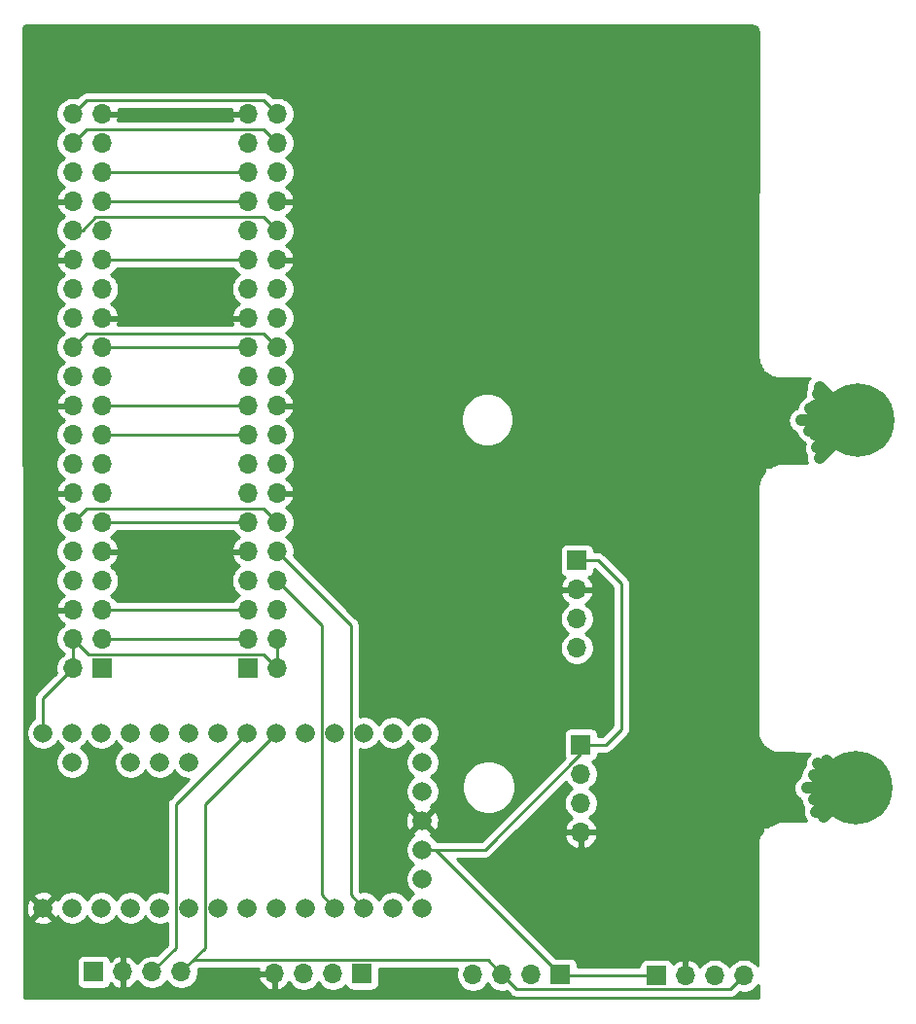
<source format=gbr>
%TF.GenerationSoftware,KiCad,Pcbnew,5.1.10-1.fc34*%
%TF.CreationDate,2021-07-27T15:58:01+02:00*%
%TF.ProjectId,SpotAI,53706f74-4149-42e6-9b69-6361645f7063,rev?*%
%TF.SameCoordinates,Original*%
%TF.FileFunction,Copper,L1,Top*%
%TF.FilePolarity,Positive*%
%FSLAX46Y46*%
G04 Gerber Fmt 4.6, Leading zero omitted, Abs format (unit mm)*
G04 Created by KiCad (PCBNEW 5.1.10-1.fc34) date 2021-07-27 15:58:01*
%MOMM*%
%LPD*%
G01*
G04 APERTURE LIST*
%TA.AperFunction,ComponentPad*%
%ADD10C,6.400000*%
%TD*%
%TA.AperFunction,ComponentPad*%
%ADD11O,1.700000X1.700000*%
%TD*%
%TA.AperFunction,ComponentPad*%
%ADD12R,1.700000X1.700000*%
%TD*%
%TA.AperFunction,ComponentPad*%
%ADD13C,1.665000*%
%TD*%
%TA.AperFunction,ViaPad*%
%ADD14C,0.800000*%
%TD*%
%TA.AperFunction,Conductor*%
%ADD15C,1.000000*%
%TD*%
%TA.AperFunction,Conductor*%
%ADD16C,0.250000*%
%TD*%
%TA.AperFunction,Conductor*%
%ADD17C,0.254000*%
%TD*%
%TA.AperFunction,Conductor*%
%ADD18C,0.100000*%
%TD*%
G04 APERTURE END LIST*
D10*
%TO.P,REF\u002A\u002A,1*%
%TO.N,N/C*%
X146300000Y-78500000D03*
%TD*%
%TO.P,REF\u002A\u002A,1*%
%TO.N,N/C*%
X146200000Y-110500000D03*
%TD*%
D11*
%TO.P,J1,40*%
%TO.N,I2S_DAC*%
X78000000Y-51840000D03*
%TO.P,J1,39*%
%TO.N,GND*%
X80540000Y-51840000D03*
%TO.P,J1,38*%
%TO.N,I2S_ADC*%
X78000000Y-54380000D03*
%TO.P,J1,37*%
%TO.N,Net-(J1-Pad37)*%
X80540000Y-54380000D03*
%TO.P,J1,36*%
%TO.N,Net-(J1-Pad36)*%
X78000000Y-56920000D03*
%TO.P,J1,35*%
%TO.N,I2S_LRCLK*%
X80540000Y-56920000D03*
%TO.P,J1,34*%
%TO.N,GND*%
X78000000Y-59460000D03*
%TO.P,J1,33*%
%TO.N,GPIO13*%
X80540000Y-59460000D03*
%TO.P,J1,32*%
%TO.N,GPIO12*%
X78000000Y-62000000D03*
%TO.P,J1,31*%
%TO.N,Net-(J1-Pad31)*%
X80540000Y-62000000D03*
%TO.P,J1,30*%
%TO.N,GND*%
X78000000Y-64540000D03*
%TO.P,J1,29*%
%TO.N,GPIO5*%
X80540000Y-64540000D03*
%TO.P,J1,28*%
%TO.N,Net-(J1-Pad28)*%
X78000000Y-67080000D03*
%TO.P,J1,27*%
%TO.N,Net-(J1-Pad27)*%
X80540000Y-67080000D03*
%TO.P,J1,26*%
%TO.N,Net-(J1-Pad26)*%
X78000000Y-69620000D03*
%TO.P,J1,25*%
%TO.N,GND*%
X80540000Y-69620000D03*
%TO.P,J1,24*%
%TO.N,CSO*%
X78000000Y-72160000D03*
%TO.P,J1,23*%
%TO.N,SCK*%
X80540000Y-72160000D03*
%TO.P,J1,22*%
%TO.N,Net-(J1-Pad22)*%
X78000000Y-74700000D03*
%TO.P,J1,21*%
%TO.N,Net-(J1-Pad21)*%
X80540000Y-74700000D03*
%TO.P,J1,20*%
%TO.N,GND*%
X78000000Y-77240000D03*
%TO.P,J1,19*%
%TO.N,MOSI*%
X80540000Y-77240000D03*
%TO.P,J1,18*%
%TO.N,Net-(J1-Pad18)*%
X78000000Y-79780000D03*
%TO.P,J1,17*%
%TO.N,+3V3*%
X80540000Y-79780000D03*
%TO.P,J1,16*%
%TO.N,Net-(J1-Pad16)*%
X78000000Y-82320000D03*
%TO.P,J1,15*%
%TO.N,Net-(J1-Pad15)*%
X80540000Y-82320000D03*
%TO.P,J1,14*%
%TO.N,GND*%
X78000000Y-84860000D03*
%TO.P,J1,13*%
%TO.N,Net-(J1-Pad13)*%
X80540000Y-84860000D03*
%TO.P,J1,12*%
%TO.N,I2S_CLK*%
X78000000Y-87400000D03*
%TO.P,J1,11*%
%TO.N,GPIO17*%
X80540000Y-87400000D03*
%TO.P,J1,10*%
%TO.N,J_RX*%
X78000000Y-89940000D03*
%TO.P,J1,9*%
%TO.N,GND*%
X80540000Y-89940000D03*
%TO.P,J1,8*%
%TO.N,J_TX*%
X78000000Y-92480000D03*
%TO.P,J1,7*%
%TO.N,Net-(J1-Pad7)*%
X80540000Y-92480000D03*
%TO.P,J1,6*%
%TO.N,GND*%
X78000000Y-95020000D03*
%TO.P,J1,5*%
%TO.N,I2C_SCL*%
X80540000Y-95020000D03*
%TO.P,J1,4*%
%TO.N,VCC*%
X78000000Y-97560000D03*
%TO.P,J1,3*%
%TO.N,I2C_SDA*%
X80540000Y-97560000D03*
%TO.P,J1,2*%
%TO.N,VCC*%
X78000000Y-100100000D03*
D12*
%TO.P,J1,1*%
%TO.N,Net-(J1-Pad1)*%
X80540000Y-100100000D03*
%TD*%
D11*
%TO.P,J8,40*%
%TO.N,I2S_DAC*%
X95790000Y-51830000D03*
%TO.P,J8,39*%
%TO.N,GND*%
X93250000Y-51830000D03*
%TO.P,J8,38*%
%TO.N,I2S_ADC*%
X95790000Y-54370000D03*
%TO.P,J8,37*%
%TO.N,Net-(J8-Pad37)*%
X93250000Y-54370000D03*
%TO.P,J8,36*%
%TO.N,Net-(J8-Pad36)*%
X95790000Y-56910000D03*
%TO.P,J8,35*%
%TO.N,I2S_LRCLK*%
X93250000Y-56910000D03*
%TO.P,J8,34*%
%TO.N,GND*%
X95790000Y-59450000D03*
%TO.P,J8,33*%
%TO.N,GPIO13*%
X93250000Y-59450000D03*
%TO.P,J8,32*%
%TO.N,GPIO12*%
X95790000Y-61990000D03*
%TO.P,J8,31*%
%TO.N,Net-(J8-Pad31)*%
X93250000Y-61990000D03*
%TO.P,J8,30*%
%TO.N,GND*%
X95790000Y-64530000D03*
%TO.P,J8,29*%
%TO.N,GPIO5*%
X93250000Y-64530000D03*
%TO.P,J8,28*%
%TO.N,Net-(J8-Pad28)*%
X95790000Y-67070000D03*
%TO.P,J8,27*%
%TO.N,Net-(J8-Pad27)*%
X93250000Y-67070000D03*
%TO.P,J8,26*%
%TO.N,Net-(J8-Pad26)*%
X95790000Y-69610000D03*
%TO.P,J8,25*%
%TO.N,GND*%
X93250000Y-69610000D03*
%TO.P,J8,24*%
%TO.N,CSO*%
X95790000Y-72150000D03*
%TO.P,J8,23*%
%TO.N,SCK*%
X93250000Y-72150000D03*
%TO.P,J8,22*%
%TO.N,Net-(J8-Pad22)*%
X95790000Y-74690000D03*
%TO.P,J8,21*%
%TO.N,Net-(J8-Pad21)*%
X93250000Y-74690000D03*
%TO.P,J8,20*%
%TO.N,GND*%
X95790000Y-77230000D03*
%TO.P,J8,19*%
%TO.N,MOSI*%
X93250000Y-77230000D03*
%TO.P,J8,18*%
%TO.N,Net-(J8-Pad18)*%
X95790000Y-79770000D03*
%TO.P,J8,17*%
%TO.N,+3V3*%
X93250000Y-79770000D03*
%TO.P,J8,16*%
%TO.N,Net-(J8-Pad16)*%
X95790000Y-82310000D03*
%TO.P,J8,15*%
%TO.N,Net-(J8-Pad15)*%
X93250000Y-82310000D03*
%TO.P,J8,14*%
%TO.N,GND*%
X95790000Y-84850000D03*
%TO.P,J8,13*%
%TO.N,Net-(J8-Pad13)*%
X93250000Y-84850000D03*
%TO.P,J8,12*%
%TO.N,I2S_CLK*%
X95790000Y-87390000D03*
%TO.P,J8,11*%
%TO.N,GPIO17*%
X93250000Y-87390000D03*
%TO.P,J8,10*%
%TO.N,J_RX*%
X95790000Y-89930000D03*
%TO.P,J8,9*%
%TO.N,GND*%
X93250000Y-89930000D03*
%TO.P,J8,8*%
%TO.N,J_TX*%
X95790000Y-92470000D03*
%TO.P,J8,7*%
%TO.N,Net-(J8-Pad7)*%
X93250000Y-92470000D03*
%TO.P,J8,6*%
%TO.N,GND*%
X95790000Y-95010000D03*
%TO.P,J8,5*%
%TO.N,I2C_SCL*%
X93250000Y-95010000D03*
%TO.P,J8,4*%
%TO.N,VCC*%
X95790000Y-97550000D03*
%TO.P,J8,3*%
%TO.N,I2C_SDA*%
X93250000Y-97550000D03*
%TO.P,J8,2*%
%TO.N,VCC*%
X95790000Y-100090000D03*
D12*
%TO.P,J8,1*%
%TO.N,Net-(J8-Pad1)*%
X93250000Y-100090000D03*
%TD*%
D11*
%TO.P,J7,4*%
%TO.N,GND*%
X122220000Y-114370000D03*
%TO.P,J7,3*%
%TO.N,Net-(J7-Pad3)*%
X122220000Y-111830000D03*
%TO.P,J7,2*%
%TO.N,DHT*%
X122220000Y-109290000D03*
D12*
%TO.P,J7,1*%
%TO.N,+3V3*%
X122220000Y-106750000D03*
%TD*%
D11*
%TO.P,J6,4*%
%TO.N,GND*%
X95560000Y-126670000D03*
%TO.P,J6,3*%
%TO.N,Echo*%
X98100000Y-126670000D03*
%TO.P,J6,2*%
%TO.N,TRIG*%
X100640000Y-126670000D03*
D12*
%TO.P,J6,1*%
%TO.N,+3V3*%
X103180000Y-126670000D03*
%TD*%
D11*
%TO.P,J5,4*%
%TO.N,SDA0*%
X136420000Y-126850000D03*
%TO.P,J5,3*%
%TO.N,SCL0*%
X133880000Y-126850000D03*
%TO.P,J5,2*%
%TO.N,GND*%
X131340000Y-126850000D03*
D12*
%TO.P,J5,1*%
%TO.N,+3V3*%
X128800000Y-126850000D03*
%TD*%
D11*
%TO.P,J4,4*%
%TO.N,SDA0*%
X87430000Y-126540000D03*
%TO.P,J4,3*%
%TO.N,SCL0*%
X84890000Y-126540000D03*
%TO.P,J4,2*%
%TO.N,GND*%
X82350000Y-126540000D03*
D12*
%TO.P,J4,1*%
%TO.N,+3V3*%
X79810000Y-126540000D03*
%TD*%
D11*
%TO.P,J3,4*%
%TO.N,SDA0*%
X121880000Y-98330000D03*
%TO.P,J3,3*%
%TO.N,SCL0*%
X121880000Y-95790000D03*
%TO.P,J3,2*%
%TO.N,GND*%
X121880000Y-93250000D03*
D12*
%TO.P,J3,1*%
%TO.N,+3V3*%
X121880000Y-90710000D03*
%TD*%
D11*
%TO.P,J2,4*%
%TO.N,SCL0*%
X112840000Y-126760000D03*
%TO.P,J2,3*%
%TO.N,SDA0*%
X115380000Y-126760000D03*
%TO.P,J2,2*%
%TO.N,GND*%
X117920000Y-126760000D03*
D12*
%TO.P,J2,1*%
%TO.N,+3V3*%
X120460000Y-126760000D03*
%TD*%
D13*
%TO.P,IC1,37*%
%TO.N,Net-(IC1-Pad37)*%
X77940000Y-120970000D03*
%TO.P,IC1,36*%
%TO.N,GND*%
X75400000Y-120970000D03*
%TO.P,IC1,35*%
%TO.N,Net-(IC1-Pad35)*%
X108420000Y-108270000D03*
%TO.P,IC1,34*%
%TO.N,Net-(IC1-Pad34)*%
X108420000Y-110810000D03*
%TO.P,IC1,33*%
%TO.N,GND*%
X108420000Y-113350000D03*
%TO.P,IC1,32*%
%TO.N,+3V3*%
X108420000Y-115890000D03*
%TO.P,IC1,31*%
%TO.N,Net-(IC1-Pad31)*%
X108420000Y-118430000D03*
%TO.P,IC1,30*%
%TO.N,Net-(IC1-Pad30)*%
X88100000Y-108270000D03*
%TO.P,IC1,29*%
%TO.N,Net-(IC1-Pad29)*%
X85560000Y-108270000D03*
%TO.P,IC1,28*%
%TO.N,Net-(IC1-Pad28)*%
X83020000Y-108270000D03*
%TO.P,IC1,27*%
%TO.N,Net-(IC1-Pad27)*%
X77940000Y-108270000D03*
%TO.P,IC1,26*%
%TO.N,VCC*%
X75400000Y-105730000D03*
%TO.P,IC1,25*%
%TO.N,Net-(IC1-Pad25)*%
X77940000Y-105730000D03*
%TO.P,IC1,24*%
%TO.N,+3V3*%
X80480000Y-105730000D03*
%TO.P,IC1,23*%
%TO.N,Echo*%
X83020000Y-105730000D03*
%TO.P,IC1,22*%
%TO.N,TRIG*%
X85560000Y-105730000D03*
%TO.P,IC1,21*%
%TO.N,Net-(IC1-Pad21)*%
X88100000Y-105730000D03*
%TO.P,IC1,20*%
%TO.N,DHT*%
X90640000Y-105730000D03*
%TO.P,IC1,19*%
%TO.N,SCL0*%
X93180000Y-105730000D03*
%TO.P,IC1,18*%
%TO.N,SDA0*%
X95720000Y-105730000D03*
%TO.P,IC1,17*%
%TO.N,Net-(IC1-Pad17)*%
X98260000Y-105730000D03*
%TO.P,IC1,16*%
%TO.N,Net-(IC1-Pad16)*%
X100800000Y-105730000D03*
%TO.P,IC1,15*%
%TO.N,Net-(IC1-Pad15)*%
X103340000Y-105730000D03*
%TO.P,IC1,14*%
%TO.N,Net-(IC1-Pad14)*%
X105880000Y-105730000D03*
%TO.P,IC1,13*%
%TO.N,Net-(IC1-Pad13)*%
X108420000Y-105730000D03*
%TO.P,IC1,12*%
%TO.N,Net-(IC1-Pad12)*%
X108420000Y-120970000D03*
%TO.P,IC1,11*%
%TO.N,Net-(IC1-Pad11)*%
X105880000Y-120970000D03*
%TO.P,IC1,10*%
%TO.N,J_RX*%
X103340000Y-120970000D03*
%TO.P,IC1,9*%
%TO.N,J_TX*%
X100800000Y-120970000D03*
%TO.P,IC1,8*%
%TO.N,Net-(IC1-Pad8)*%
X98260000Y-120970000D03*
%TO.P,IC1,7*%
%TO.N,Net-(IC1-Pad7)*%
X95720000Y-120970000D03*
%TO.P,IC1,6*%
%TO.N,Net-(IC1-Pad6)*%
X93180000Y-120970000D03*
%TO.P,IC1,5*%
%TO.N,Net-(IC1-Pad5)*%
X90640000Y-120970000D03*
%TO.P,IC1,4*%
%TO.N,Net-(IC1-Pad4)*%
X88100000Y-120970000D03*
%TO.P,IC1,3*%
%TO.N,Net-(IC1-Pad3)*%
X85560000Y-120970000D03*
%TO.P,IC1,2*%
%TO.N,Net-(IC1-Pad2)*%
X83020000Y-120970000D03*
%TO.P,IC1,1*%
%TO.N,Net-(IC1-Pad1)*%
X80480000Y-120970000D03*
%TD*%
D14*
%TO.N,GND*%
X138900000Y-76900000D03*
X139100000Y-79800000D03*
X139700000Y-109200000D03*
X139900000Y-111700000D03*
X130600000Y-121400000D03*
X130300000Y-112000000D03*
X130400000Y-101400000D03*
X130200000Y-89700000D03*
X130200000Y-80300000D03*
X130200000Y-70400000D03*
X130100000Y-61900000D03*
X126500000Y-55600000D03*
X121800000Y-49300000D03*
X113100000Y-48600000D03*
X104800000Y-48500000D03*
X97400000Y-48300000D03*
X89000000Y-47800000D03*
X80200000Y-48000000D03*
X75200000Y-47800000D03*
X75200000Y-54100000D03*
X75100000Y-59800000D03*
X75200000Y-66600000D03*
X75100000Y-72700000D03*
X75400000Y-79300000D03*
X75500000Y-87300000D03*
X75600000Y-93000000D03*
X75600000Y-98400000D03*
X75000000Y-110700000D03*
X80800000Y-110600000D03*
X81100000Y-117400000D03*
X75500000Y-117500000D03*
X78000000Y-114400000D03*
X75200000Y-126300000D03*
X105000000Y-55100000D03*
X104900000Y-63200000D03*
X104600000Y-72200000D03*
X104600000Y-79500000D03*
X104700000Y-87800000D03*
X105200000Y-100600000D03*
X111700000Y-100500000D03*
X117800000Y-100400000D03*
X117500000Y-105200000D03*
X113000000Y-105000000D03*
X112100000Y-93900000D03*
X111600000Y-87900000D03*
X118000000Y-87700000D03*
X118400000Y-80600000D03*
X118700000Y-71600000D03*
X118300000Y-63000000D03*
X111800000Y-63200000D03*
X111700000Y-71500000D03*
X112200000Y-55400000D03*
X119300000Y-55000000D03*
X125100000Y-63400000D03*
X124700000Y-70600000D03*
X125000000Y-80400000D03*
X123800000Y-121700000D03*
X118100000Y-117400000D03*
X124500000Y-111800000D03*
%TD*%
D15*
%TO.N,*%
X146300000Y-78500000D02*
X141400000Y-78500000D01*
X146300000Y-78500000D02*
X143900000Y-78500000D01*
X143900000Y-78500000D02*
X142600000Y-77200000D01*
X146300000Y-78500000D02*
X145200000Y-78500000D01*
X145200000Y-78500000D02*
X142900000Y-76200000D01*
X143900000Y-78500000D02*
X142600000Y-79800000D01*
X145200000Y-78500000D02*
X142800000Y-80900000D01*
X146300000Y-78500000D02*
X143000000Y-81800000D01*
X146300000Y-78500000D02*
X145900000Y-78500000D01*
X145900000Y-78500000D02*
X143000000Y-75600000D01*
X146300000Y-78500000D02*
X143000000Y-78500000D01*
X143000000Y-78500000D02*
X142100000Y-79400000D01*
X146300000Y-78500000D02*
X143200000Y-78500000D01*
X143200000Y-78500000D02*
X142200000Y-77500000D01*
X146200000Y-110500000D02*
X141900000Y-110500000D01*
X146200000Y-110500000D02*
X143500000Y-110500000D01*
X143500000Y-110500000D02*
X142500000Y-111500000D01*
X146200000Y-110500000D02*
X143600000Y-110500000D01*
X143600000Y-110500000D02*
X142500000Y-109400000D01*
X146200000Y-110500000D02*
X145000000Y-110500000D01*
X145000000Y-110500000D02*
X142900000Y-108400000D01*
X146200000Y-110500000D02*
X144800000Y-110500000D01*
X144800000Y-110500000D02*
X142700000Y-112600000D01*
X146200000Y-110500000D02*
X145900000Y-110500000D01*
X145900000Y-110500000D02*
X143400000Y-113000000D01*
X146200000Y-110500000D02*
X146000000Y-110500000D01*
X146000000Y-110500000D02*
X143600000Y-108100000D01*
D16*
%TO.N,+3V3*%
X122220000Y-107550998D02*
X122220000Y-106750000D01*
X113880998Y-115890000D02*
X122220000Y-107550998D01*
X108420000Y-115890000D02*
X113880998Y-115890000D01*
X122220000Y-106750000D02*
X124390000Y-106750000D01*
X124390000Y-106750000D02*
X125730000Y-105410000D01*
X125730000Y-105410000D02*
X125730000Y-92710000D01*
X123730000Y-90710000D02*
X121880000Y-90710000D01*
X125730000Y-92710000D02*
X123730000Y-90710000D01*
X120550000Y-126850000D02*
X120460000Y-126760000D01*
X128800000Y-126850000D02*
X120550000Y-126850000D01*
X109590000Y-115890000D02*
X108420000Y-115890000D01*
X120460000Y-126760000D02*
X109590000Y-115890000D01*
X80550000Y-79770000D02*
X80540000Y-79780000D01*
X93250000Y-79770000D02*
X80550000Y-79770000D01*
%TO.N,VCC*%
X75400000Y-102700000D02*
X78000000Y-100100000D01*
X75400000Y-105730000D02*
X75400000Y-102700000D01*
X78000000Y-100100000D02*
X78000000Y-97560000D01*
X95790000Y-97550000D02*
X95790000Y-100090000D01*
X79354999Y-98914999D02*
X78000000Y-97560000D01*
X94614999Y-98914999D02*
X79354999Y-98914999D01*
X95790000Y-100090000D02*
X94614999Y-98914999D01*
%TO.N,SCL0*%
X86942499Y-111967501D02*
X86942499Y-124487501D01*
X86942499Y-124487501D02*
X84890000Y-126540000D01*
X93180000Y-105730000D02*
X86942499Y-111967501D01*
%TO.N,SDA0*%
X89482499Y-124487501D02*
X87430000Y-126540000D01*
X89482499Y-111967501D02*
X89482499Y-124487501D01*
X95720000Y-105730000D02*
X89482499Y-111967501D01*
X114114999Y-125494999D02*
X115380000Y-126760000D01*
X88475001Y-125494999D02*
X114114999Y-125494999D01*
X87430000Y-126540000D02*
X88475001Y-125494999D01*
X135244999Y-128025001D02*
X136420000Y-126850000D01*
X116645001Y-128025001D02*
X135244999Y-128025001D01*
X115380000Y-126760000D02*
X116645001Y-128025001D01*
%TO.N,J_RX*%
X102182499Y-119812499D02*
X103340000Y-120970000D01*
X102182499Y-96322499D02*
X102182499Y-119812499D01*
X95790000Y-89930000D02*
X102182499Y-96322499D01*
%TO.N,J_TX*%
X99642499Y-119812499D02*
X100800000Y-120970000D01*
X99642499Y-96322499D02*
X99642499Y-119812499D01*
X95790000Y-92470000D02*
X99642499Y-96322499D01*
%TO.N,I2S_DAC*%
X79185001Y-50654999D02*
X78000000Y-51840000D01*
X94614999Y-50654999D02*
X79185001Y-50654999D01*
X95790000Y-51830000D02*
X94614999Y-50654999D01*
%TO.N,I2S_ADC*%
X79185001Y-53194999D02*
X78000000Y-54380000D01*
X94614999Y-53194999D02*
X79185001Y-53194999D01*
X95790000Y-54370000D02*
X94614999Y-53194999D01*
%TO.N,I2S_LRCLK*%
X80550000Y-56910000D02*
X80540000Y-56920000D01*
X93250000Y-56910000D02*
X80550000Y-56910000D01*
%TO.N,GPIO13*%
X80550000Y-59450000D02*
X80540000Y-59460000D01*
X93250000Y-59450000D02*
X80550000Y-59450000D01*
%TO.N,GPIO12*%
X79985999Y-60814999D02*
X94614999Y-60814999D01*
X94614999Y-60814999D02*
X95790000Y-61990000D01*
X78810998Y-62000000D02*
X78000000Y-62000000D01*
X79985999Y-60824999D02*
X78810998Y-62000000D01*
X79985999Y-60814999D02*
X79985999Y-60824999D01*
%TO.N,GPIO5*%
X93240000Y-64540000D02*
X93250000Y-64530000D01*
X80540000Y-64540000D02*
X93240000Y-64540000D01*
%TO.N,CSO*%
X94614999Y-70974999D02*
X95790000Y-72150000D01*
X79185001Y-70974999D02*
X94614999Y-70974999D01*
X78000000Y-72160000D02*
X79185001Y-70974999D01*
%TO.N,SCK*%
X93240000Y-72160000D02*
X93250000Y-72150000D01*
X80540000Y-72160000D02*
X93240000Y-72160000D01*
%TO.N,MOSI*%
X93240000Y-77240000D02*
X93250000Y-77230000D01*
X80540000Y-77240000D02*
X93240000Y-77240000D01*
%TO.N,I2S_CLK*%
X94614999Y-86214999D02*
X95790000Y-87390000D01*
X79185001Y-86214999D02*
X94614999Y-86214999D01*
X78000000Y-87400000D02*
X79185001Y-86214999D01*
%TO.N,GPIO17*%
X93240000Y-87400000D02*
X93250000Y-87390000D01*
X80540000Y-87400000D02*
X93240000Y-87400000D01*
%TO.N,I2C_SCL*%
X93240000Y-95020000D02*
X93250000Y-95010000D01*
X80540000Y-95020000D02*
X93240000Y-95020000D01*
%TO.N,I2C_SDA*%
X93240000Y-97560000D02*
X93250000Y-97550000D01*
X80540000Y-97560000D02*
X93240000Y-97560000D01*
%TD*%
D17*
%TO.N,GND*%
X137218156Y-44173770D02*
X137322193Y-44205181D01*
X137418150Y-44256202D01*
X137502363Y-44324884D01*
X137571637Y-44408621D01*
X137623325Y-44504216D01*
X137655462Y-44608033D01*
X137669972Y-44746093D01*
X137639967Y-72901716D01*
X137640617Y-72908385D01*
X137642993Y-73032150D01*
X137648446Y-73078572D01*
X137651397Y-73125225D01*
X137652937Y-73134310D01*
X137696773Y-73382420D01*
X137712884Y-73440047D01*
X137728179Y-73497857D01*
X137731454Y-73506471D01*
X137822646Y-73741342D01*
X137849628Y-73794712D01*
X137875877Y-73848483D01*
X137880763Y-73856296D01*
X138015838Y-74068981D01*
X138052677Y-74116100D01*
X138072418Y-74142090D01*
X138073006Y-74201262D01*
X138075693Y-74226013D01*
X138083156Y-74249764D01*
X138095109Y-74271603D01*
X138111094Y-74290690D01*
X138130495Y-74306292D01*
X138152567Y-74317810D01*
X138176462Y-74324800D01*
X138198540Y-74326992D01*
X138244851Y-74327524D01*
X138268990Y-74352855D01*
X138314253Y-74391897D01*
X138359030Y-74431626D01*
X138366525Y-74436987D01*
X138572456Y-74582152D01*
X138624459Y-74611670D01*
X138676084Y-74641935D01*
X138684478Y-74645738D01*
X138914683Y-74748139D01*
X138971442Y-74766998D01*
X139027949Y-74786655D01*
X139036922Y-74788755D01*
X139260146Y-74839390D01*
X139300281Y-74851496D01*
X139397260Y-74860893D01*
X142141846Y-74856556D01*
X142051717Y-74966378D01*
X141946324Y-75163554D01*
X141881423Y-75377502D01*
X141859509Y-75600000D01*
X141871060Y-75717277D01*
X141846324Y-75763554D01*
X141781423Y-75977502D01*
X141759509Y-76200000D01*
X141780177Y-76409849D01*
X141739841Y-76458999D01*
X141566378Y-76551717D01*
X141393552Y-76693552D01*
X141251717Y-76866378D01*
X141146324Y-77063554D01*
X141081423Y-77277502D01*
X141067914Y-77414666D01*
X140963553Y-77446324D01*
X140766377Y-77551716D01*
X140593551Y-77693551D01*
X140451716Y-77866377D01*
X140346324Y-78063553D01*
X140281423Y-78277501D01*
X140259509Y-78500000D01*
X140281423Y-78722499D01*
X140346324Y-78936447D01*
X140451716Y-79133623D01*
X140593551Y-79306449D01*
X140766377Y-79448284D01*
X140963553Y-79553676D01*
X140974986Y-79557144D01*
X140981423Y-79622498D01*
X141046324Y-79836446D01*
X141151717Y-80033622D01*
X141293552Y-80206448D01*
X141466378Y-80348283D01*
X141663554Y-80453676D01*
X141669707Y-80455542D01*
X141727421Y-80525868D01*
X141681423Y-80677502D01*
X141659509Y-80900000D01*
X141681423Y-81122498D01*
X141746324Y-81336446D01*
X141851717Y-81533622D01*
X141883125Y-81571892D01*
X141881423Y-81577502D01*
X141859509Y-81800000D01*
X141881423Y-82022498D01*
X141932372Y-82190452D01*
X139864483Y-82200160D01*
X139839932Y-82202694D01*
X139592657Y-82222396D01*
X139539671Y-82231887D01*
X139486409Y-82239667D01*
X139477480Y-82241945D01*
X139173563Y-82321735D01*
X139117500Y-82342485D01*
X139061079Y-82362476D01*
X139052763Y-82366445D01*
X138770130Y-82503747D01*
X138719123Y-82535017D01*
X138667700Y-82565562D01*
X138660312Y-82571071D01*
X138657762Y-82573000D01*
X138300000Y-82573000D01*
X138275224Y-82575440D01*
X138251399Y-82582667D01*
X138229443Y-82594403D01*
X138210197Y-82610197D01*
X138194403Y-82629443D01*
X138182667Y-82651399D01*
X138175440Y-82675224D01*
X138173001Y-82699473D01*
X138171717Y-83008998D01*
X138106103Y-83082668D01*
X138070847Y-83131035D01*
X138034958Y-83178852D01*
X138030227Y-83186760D01*
X137870800Y-83457527D01*
X137845644Y-83511747D01*
X137819692Y-83565696D01*
X137816588Y-83574373D01*
X137712789Y-83870950D01*
X137698639Y-83929041D01*
X137683665Y-83986985D01*
X137682305Y-83996100D01*
X137645314Y-84256349D01*
X137641326Y-84269404D01*
X137631586Y-84366349D01*
X137589939Y-105531119D01*
X137599298Y-105628101D01*
X137599777Y-105629691D01*
X137618722Y-105816254D01*
X137630288Y-105873622D01*
X137640815Y-105931155D01*
X137643412Y-105939997D01*
X137718868Y-106190404D01*
X137741629Y-106245710D01*
X137763623Y-106301349D01*
X137767888Y-106309518D01*
X137890544Y-106540500D01*
X137923604Y-106590318D01*
X137955999Y-106640644D01*
X137961770Y-106647829D01*
X138073063Y-106784438D01*
X138073001Y-106799473D01*
X138075339Y-106824259D01*
X138082467Y-106848114D01*
X138094112Y-106870119D01*
X138109826Y-106889429D01*
X138129005Y-106905303D01*
X138150913Y-106917130D01*
X138174707Y-106924456D01*
X138198413Y-106926990D01*
X138201857Y-106927033D01*
X138210611Y-106936108D01*
X138217668Y-106942035D01*
X138419090Y-107108849D01*
X138468671Y-107142331D01*
X138517767Y-107176493D01*
X138525841Y-107180937D01*
X138755827Y-107305449D01*
X138810972Y-107328665D01*
X138865761Y-107352637D01*
X138874543Y-107355428D01*
X139124335Y-107432899D01*
X139182920Y-107444958D01*
X139241343Y-107457836D01*
X139250499Y-107458868D01*
X139250501Y-107458868D01*
X139509663Y-107486248D01*
X139540551Y-107489619D01*
X142186215Y-107517506D01*
X142093552Y-107593552D01*
X141951717Y-107766378D01*
X141846324Y-107963554D01*
X141781423Y-108177502D01*
X141759509Y-108400000D01*
X141772214Y-108528996D01*
X141693552Y-108593552D01*
X141551717Y-108766378D01*
X141446324Y-108963554D01*
X141381423Y-109177502D01*
X141359509Y-109400000D01*
X141369047Y-109496838D01*
X141266377Y-109551716D01*
X141093551Y-109693551D01*
X140951716Y-109866377D01*
X140846324Y-110063553D01*
X140781423Y-110277501D01*
X140759509Y-110500000D01*
X140781423Y-110722499D01*
X140846324Y-110936447D01*
X140951716Y-111133623D01*
X141093551Y-111306449D01*
X141266377Y-111448284D01*
X141359690Y-111498161D01*
X141359509Y-111500000D01*
X141381423Y-111722498D01*
X141446324Y-111936446D01*
X141551717Y-112133622D01*
X141627421Y-112225868D01*
X141581423Y-112377502D01*
X141559509Y-112600000D01*
X141581423Y-112822498D01*
X141646324Y-113036446D01*
X141751717Y-113233622D01*
X141876843Y-113386089D01*
X139939690Y-113379900D01*
X139918881Y-113381882D01*
X139701137Y-113394994D01*
X139654252Y-113402459D01*
X139607060Y-113407495D01*
X139598049Y-113409425D01*
X139234107Y-113490055D01*
X139177247Y-113508631D01*
X139120131Y-113526412D01*
X139111667Y-113530056D01*
X138770317Y-113679840D01*
X138718149Y-113709106D01*
X138665571Y-113737643D01*
X138657976Y-113742861D01*
X138471370Y-113873000D01*
X138200000Y-113873000D01*
X138175224Y-113875440D01*
X138151399Y-113882667D01*
X138129443Y-113894403D01*
X138110197Y-113910197D01*
X138094403Y-113929443D01*
X138082667Y-113951399D01*
X138075440Y-113975224D01*
X138073003Y-114000841D01*
X138074497Y-114226486D01*
X137995747Y-114308296D01*
X137958704Y-114355187D01*
X137920931Y-114401653D01*
X137915898Y-114409372D01*
X137734611Y-114691668D01*
X137717111Y-114713144D01*
X137656226Y-114828014D01*
X137618920Y-114952555D01*
X137609708Y-115049551D01*
X137647948Y-126014824D01*
X137573475Y-125903368D01*
X137366632Y-125696525D01*
X137123411Y-125534010D01*
X136853158Y-125422068D01*
X136566260Y-125365000D01*
X136273740Y-125365000D01*
X135986842Y-125422068D01*
X135716589Y-125534010D01*
X135473368Y-125696525D01*
X135266525Y-125903368D01*
X135150000Y-126077760D01*
X135033475Y-125903368D01*
X134826632Y-125696525D01*
X134583411Y-125534010D01*
X134313158Y-125422068D01*
X134026260Y-125365000D01*
X133733740Y-125365000D01*
X133446842Y-125422068D01*
X133176589Y-125534010D01*
X132933368Y-125696525D01*
X132726525Y-125903368D01*
X132604805Y-126085534D01*
X132535178Y-125968645D01*
X132340269Y-125752412D01*
X132106920Y-125578359D01*
X131844099Y-125453175D01*
X131696890Y-125408524D01*
X131467000Y-125529845D01*
X131467000Y-126723000D01*
X131487000Y-126723000D01*
X131487000Y-126977000D01*
X131467000Y-126977000D01*
X131467000Y-126997000D01*
X131213000Y-126997000D01*
X131213000Y-126977000D01*
X131193000Y-126977000D01*
X131193000Y-126723000D01*
X131213000Y-126723000D01*
X131213000Y-125529845D01*
X130983110Y-125408524D01*
X130835901Y-125453175D01*
X130573080Y-125578359D01*
X130339731Y-125752412D01*
X130263966Y-125836466D01*
X130239502Y-125755820D01*
X130180537Y-125645506D01*
X130101185Y-125548815D01*
X130004494Y-125469463D01*
X129894180Y-125410498D01*
X129774482Y-125374188D01*
X129650000Y-125361928D01*
X127950000Y-125361928D01*
X127825518Y-125374188D01*
X127705820Y-125410498D01*
X127595506Y-125469463D01*
X127498815Y-125548815D01*
X127419463Y-125645506D01*
X127360498Y-125755820D01*
X127324188Y-125875518D01*
X127311928Y-126000000D01*
X127311928Y-126090000D01*
X121948072Y-126090000D01*
X121948072Y-125910000D01*
X121935812Y-125785518D01*
X121899502Y-125665820D01*
X121840537Y-125555506D01*
X121761185Y-125458815D01*
X121664494Y-125379463D01*
X121554180Y-125320498D01*
X121434482Y-125284188D01*
X121310000Y-125271928D01*
X120046731Y-125271928D01*
X111424801Y-116650000D01*
X113843676Y-116650000D01*
X113880998Y-116653676D01*
X113918320Y-116650000D01*
X113918331Y-116650000D01*
X114029984Y-116639003D01*
X114173245Y-116595546D01*
X114305274Y-116524974D01*
X114420999Y-116430001D01*
X114444802Y-116400997D01*
X116118909Y-114726890D01*
X120778524Y-114726890D01*
X120823175Y-114874099D01*
X120948359Y-115136920D01*
X121122412Y-115370269D01*
X121338645Y-115565178D01*
X121588748Y-115714157D01*
X121863109Y-115811481D01*
X122093000Y-115690814D01*
X122093000Y-114497000D01*
X122347000Y-114497000D01*
X122347000Y-115690814D01*
X122576891Y-115811481D01*
X122851252Y-115714157D01*
X123101355Y-115565178D01*
X123317588Y-115370269D01*
X123491641Y-115136920D01*
X123616825Y-114874099D01*
X123661476Y-114726890D01*
X123540155Y-114497000D01*
X122347000Y-114497000D01*
X122093000Y-114497000D01*
X120899845Y-114497000D01*
X120778524Y-114726890D01*
X116118909Y-114726890D01*
X120888891Y-109956909D01*
X120904010Y-109993411D01*
X121066525Y-110236632D01*
X121273368Y-110443475D01*
X121447760Y-110560000D01*
X121273368Y-110676525D01*
X121066525Y-110883368D01*
X120904010Y-111126589D01*
X120792068Y-111396842D01*
X120735000Y-111683740D01*
X120735000Y-111976260D01*
X120792068Y-112263158D01*
X120904010Y-112533411D01*
X121066525Y-112776632D01*
X121273368Y-112983475D01*
X121455534Y-113105195D01*
X121338645Y-113174822D01*
X121122412Y-113369731D01*
X120948359Y-113603080D01*
X120823175Y-113865901D01*
X120778524Y-114013110D01*
X120899845Y-114243000D01*
X122093000Y-114243000D01*
X122093000Y-114223000D01*
X122347000Y-114223000D01*
X122347000Y-114243000D01*
X123540155Y-114243000D01*
X123661476Y-114013110D01*
X123616825Y-113865901D01*
X123491641Y-113603080D01*
X123317588Y-113369731D01*
X123101355Y-113174822D01*
X122984466Y-113105195D01*
X123166632Y-112983475D01*
X123373475Y-112776632D01*
X123535990Y-112533411D01*
X123647932Y-112263158D01*
X123705000Y-111976260D01*
X123705000Y-111683740D01*
X123647932Y-111396842D01*
X123535990Y-111126589D01*
X123373475Y-110883368D01*
X123166632Y-110676525D01*
X122992240Y-110560000D01*
X123166632Y-110443475D01*
X123373475Y-110236632D01*
X123535990Y-109993411D01*
X123647932Y-109723158D01*
X123705000Y-109436260D01*
X123705000Y-109143740D01*
X123647932Y-108856842D01*
X123535990Y-108586589D01*
X123373475Y-108343368D01*
X123241620Y-108211513D01*
X123314180Y-108189502D01*
X123424494Y-108130537D01*
X123521185Y-108051185D01*
X123600537Y-107954494D01*
X123659502Y-107844180D01*
X123695812Y-107724482D01*
X123708072Y-107600000D01*
X123708072Y-107510000D01*
X124352678Y-107510000D01*
X124390000Y-107513676D01*
X124427322Y-107510000D01*
X124427333Y-107510000D01*
X124538986Y-107499003D01*
X124682247Y-107455546D01*
X124814276Y-107384974D01*
X124930001Y-107290001D01*
X124953804Y-107260997D01*
X126241004Y-105973798D01*
X126270001Y-105950001D01*
X126364974Y-105834276D01*
X126435546Y-105702247D01*
X126479003Y-105558986D01*
X126490000Y-105447333D01*
X126490000Y-105447324D01*
X126493676Y-105410001D01*
X126490000Y-105372678D01*
X126490000Y-92747322D01*
X126493676Y-92709999D01*
X126490000Y-92672676D01*
X126490000Y-92672667D01*
X126479003Y-92561014D01*
X126435546Y-92417753D01*
X126364974Y-92285723D01*
X126293799Y-92198997D01*
X126270001Y-92169999D01*
X126241003Y-92146201D01*
X124293804Y-90199003D01*
X124270001Y-90169999D01*
X124154276Y-90075026D01*
X124022247Y-90004454D01*
X123878986Y-89960997D01*
X123767333Y-89950000D01*
X123767322Y-89950000D01*
X123730000Y-89946324D01*
X123692678Y-89950000D01*
X123368072Y-89950000D01*
X123368072Y-89860000D01*
X123355812Y-89735518D01*
X123319502Y-89615820D01*
X123260537Y-89505506D01*
X123181185Y-89408815D01*
X123084494Y-89329463D01*
X122974180Y-89270498D01*
X122854482Y-89234188D01*
X122730000Y-89221928D01*
X121030000Y-89221928D01*
X120905518Y-89234188D01*
X120785820Y-89270498D01*
X120675506Y-89329463D01*
X120578815Y-89408815D01*
X120499463Y-89505506D01*
X120440498Y-89615820D01*
X120404188Y-89735518D01*
X120391928Y-89860000D01*
X120391928Y-91560000D01*
X120404188Y-91684482D01*
X120440498Y-91804180D01*
X120499463Y-91914494D01*
X120578815Y-92011185D01*
X120675506Y-92090537D01*
X120785820Y-92149502D01*
X120866466Y-92173966D01*
X120782412Y-92249731D01*
X120608359Y-92483080D01*
X120483175Y-92745901D01*
X120438524Y-92893110D01*
X120559845Y-93123000D01*
X121753000Y-93123000D01*
X121753000Y-93103000D01*
X122007000Y-93103000D01*
X122007000Y-93123000D01*
X123200155Y-93123000D01*
X123321476Y-92893110D01*
X123276825Y-92745901D01*
X123151641Y-92483080D01*
X122977588Y-92249731D01*
X122893534Y-92173966D01*
X122974180Y-92149502D01*
X123084494Y-92090537D01*
X123181185Y-92011185D01*
X123260537Y-91914494D01*
X123319502Y-91804180D01*
X123355812Y-91684482D01*
X123368072Y-91560000D01*
X123368072Y-91470000D01*
X123415199Y-91470000D01*
X124970001Y-93024803D01*
X124970000Y-105095198D01*
X124075199Y-105990000D01*
X123708072Y-105990000D01*
X123708072Y-105900000D01*
X123695812Y-105775518D01*
X123659502Y-105655820D01*
X123600537Y-105545506D01*
X123521185Y-105448815D01*
X123424494Y-105369463D01*
X123314180Y-105310498D01*
X123194482Y-105274188D01*
X123070000Y-105261928D01*
X121370000Y-105261928D01*
X121245518Y-105274188D01*
X121125820Y-105310498D01*
X121015506Y-105369463D01*
X120918815Y-105448815D01*
X120839463Y-105545506D01*
X120780498Y-105655820D01*
X120744188Y-105775518D01*
X120731928Y-105900000D01*
X120731928Y-107600000D01*
X120744188Y-107724482D01*
X120780498Y-107844180D01*
X120805410Y-107890786D01*
X113566197Y-115130000D01*
X109677132Y-115130000D01*
X109559882Y-114954523D01*
X109355477Y-114750118D01*
X109163989Y-114622170D01*
X109180783Y-114613193D01*
X109256301Y-114365906D01*
X108420000Y-113529605D01*
X107583699Y-114365906D01*
X107659217Y-114613193D01*
X107676877Y-114621591D01*
X107484523Y-114750118D01*
X107280118Y-114954523D01*
X107119518Y-115194878D01*
X107008895Y-115461946D01*
X106952500Y-115745464D01*
X106952500Y-116034536D01*
X107008895Y-116318054D01*
X107119518Y-116585122D01*
X107280118Y-116825477D01*
X107484523Y-117029882D01*
X107679258Y-117160000D01*
X107484523Y-117290118D01*
X107280118Y-117494523D01*
X107119518Y-117734878D01*
X107008895Y-118001946D01*
X106952500Y-118285464D01*
X106952500Y-118574536D01*
X107008895Y-118858054D01*
X107119518Y-119125122D01*
X107280118Y-119365477D01*
X107484523Y-119569882D01*
X107679258Y-119700000D01*
X107484523Y-119830118D01*
X107280118Y-120034523D01*
X107150000Y-120229258D01*
X107019882Y-120034523D01*
X106815477Y-119830118D01*
X106575122Y-119669518D01*
X106308054Y-119558895D01*
X106024536Y-119502500D01*
X105735464Y-119502500D01*
X105451946Y-119558895D01*
X105184878Y-119669518D01*
X104944523Y-119830118D01*
X104740118Y-120034523D01*
X104610000Y-120229258D01*
X104479882Y-120034523D01*
X104275477Y-119830118D01*
X104035122Y-119669518D01*
X103768054Y-119558895D01*
X103484536Y-119502500D01*
X103195464Y-119502500D01*
X102988474Y-119543673D01*
X102942499Y-119497698D01*
X102942499Y-113419226D01*
X106947026Y-113419226D01*
X106988834Y-113705259D01*
X107085641Y-113977639D01*
X107156807Y-114110783D01*
X107404094Y-114186301D01*
X108240395Y-113350000D01*
X108599605Y-113350000D01*
X109435906Y-114186301D01*
X109683193Y-114110783D01*
X109807343Y-113849727D01*
X109878177Y-113569468D01*
X109892974Y-113280774D01*
X109851166Y-112994741D01*
X109754359Y-112722361D01*
X109683193Y-112589217D01*
X109435906Y-112513699D01*
X108599605Y-113350000D01*
X108240395Y-113350000D01*
X107404094Y-112513699D01*
X107156807Y-112589217D01*
X107032657Y-112850273D01*
X106961823Y-113130532D01*
X106947026Y-113419226D01*
X102942499Y-113419226D01*
X102942499Y-107147182D01*
X103195464Y-107197500D01*
X103484536Y-107197500D01*
X103768054Y-107141105D01*
X104035122Y-107030482D01*
X104275477Y-106869882D01*
X104479882Y-106665477D01*
X104610000Y-106470742D01*
X104740118Y-106665477D01*
X104944523Y-106869882D01*
X105184878Y-107030482D01*
X105451946Y-107141105D01*
X105735464Y-107197500D01*
X106024536Y-107197500D01*
X106308054Y-107141105D01*
X106575122Y-107030482D01*
X106815477Y-106869882D01*
X107019882Y-106665477D01*
X107150000Y-106470742D01*
X107280118Y-106665477D01*
X107484523Y-106869882D01*
X107679258Y-107000000D01*
X107484523Y-107130118D01*
X107280118Y-107334523D01*
X107119518Y-107574878D01*
X107008895Y-107841946D01*
X106952500Y-108125464D01*
X106952500Y-108414536D01*
X107008895Y-108698054D01*
X107119518Y-108965122D01*
X107280118Y-109205477D01*
X107484523Y-109409882D01*
X107679258Y-109540000D01*
X107484523Y-109670118D01*
X107280118Y-109874523D01*
X107119518Y-110114878D01*
X107008895Y-110381946D01*
X106952500Y-110665464D01*
X106952500Y-110954536D01*
X107008895Y-111238054D01*
X107119518Y-111505122D01*
X107280118Y-111745477D01*
X107484523Y-111949882D01*
X107676011Y-112077830D01*
X107659217Y-112086807D01*
X107583699Y-112334094D01*
X108420000Y-113170395D01*
X109256301Y-112334094D01*
X109180783Y-112086807D01*
X109163123Y-112078409D01*
X109355477Y-111949882D01*
X109559882Y-111745477D01*
X109720482Y-111505122D01*
X109831105Y-111238054D01*
X109887500Y-110954536D01*
X109887500Y-110665464D01*
X109831105Y-110381946D01*
X109764696Y-110221620D01*
X111861220Y-110221620D01*
X111861220Y-110678380D01*
X111950329Y-111126363D01*
X112125123Y-111548354D01*
X112378886Y-111928136D01*
X112701864Y-112251114D01*
X113081646Y-112504877D01*
X113503637Y-112679671D01*
X113951620Y-112768780D01*
X114408380Y-112768780D01*
X114856363Y-112679671D01*
X115278354Y-112504877D01*
X115658136Y-112251114D01*
X115981114Y-111928136D01*
X116234877Y-111548354D01*
X116409671Y-111126363D01*
X116498780Y-110678380D01*
X116498780Y-110221620D01*
X116409671Y-109773637D01*
X116234877Y-109351646D01*
X115981114Y-108971864D01*
X115658136Y-108648886D01*
X115278354Y-108395123D01*
X114856363Y-108220329D01*
X114408380Y-108131220D01*
X113951620Y-108131220D01*
X113503637Y-108220329D01*
X113081646Y-108395123D01*
X112701864Y-108648886D01*
X112378886Y-108971864D01*
X112125123Y-109351646D01*
X111950329Y-109773637D01*
X111861220Y-110221620D01*
X109764696Y-110221620D01*
X109720482Y-110114878D01*
X109559882Y-109874523D01*
X109355477Y-109670118D01*
X109160742Y-109540000D01*
X109355477Y-109409882D01*
X109559882Y-109205477D01*
X109720482Y-108965122D01*
X109831105Y-108698054D01*
X109887500Y-108414536D01*
X109887500Y-108125464D01*
X109831105Y-107841946D01*
X109720482Y-107574878D01*
X109559882Y-107334523D01*
X109355477Y-107130118D01*
X109160742Y-107000000D01*
X109355477Y-106869882D01*
X109559882Y-106665477D01*
X109720482Y-106425122D01*
X109831105Y-106158054D01*
X109887500Y-105874536D01*
X109887500Y-105585464D01*
X109831105Y-105301946D01*
X109720482Y-105034878D01*
X109559882Y-104794523D01*
X109355477Y-104590118D01*
X109115122Y-104429518D01*
X108848054Y-104318895D01*
X108564536Y-104262500D01*
X108275464Y-104262500D01*
X107991946Y-104318895D01*
X107724878Y-104429518D01*
X107484523Y-104590118D01*
X107280118Y-104794523D01*
X107150000Y-104989258D01*
X107019882Y-104794523D01*
X106815477Y-104590118D01*
X106575122Y-104429518D01*
X106308054Y-104318895D01*
X106024536Y-104262500D01*
X105735464Y-104262500D01*
X105451946Y-104318895D01*
X105184878Y-104429518D01*
X104944523Y-104590118D01*
X104740118Y-104794523D01*
X104610000Y-104989258D01*
X104479882Y-104794523D01*
X104275477Y-104590118D01*
X104035122Y-104429518D01*
X103768054Y-104318895D01*
X103484536Y-104262500D01*
X103195464Y-104262500D01*
X102942499Y-104312818D01*
X102942499Y-96359824D01*
X102946175Y-96322499D01*
X102942499Y-96285174D01*
X102942499Y-96285166D01*
X102931502Y-96173513D01*
X102888045Y-96030252D01*
X102817473Y-95898223D01*
X102722500Y-95782498D01*
X102693503Y-95758701D01*
X102578542Y-95643740D01*
X120395000Y-95643740D01*
X120395000Y-95936260D01*
X120452068Y-96223158D01*
X120564010Y-96493411D01*
X120726525Y-96736632D01*
X120933368Y-96943475D01*
X121107760Y-97060000D01*
X120933368Y-97176525D01*
X120726525Y-97383368D01*
X120564010Y-97626589D01*
X120452068Y-97896842D01*
X120395000Y-98183740D01*
X120395000Y-98476260D01*
X120452068Y-98763158D01*
X120564010Y-99033411D01*
X120726525Y-99276632D01*
X120933368Y-99483475D01*
X121176589Y-99645990D01*
X121446842Y-99757932D01*
X121733740Y-99815000D01*
X122026260Y-99815000D01*
X122313158Y-99757932D01*
X122583411Y-99645990D01*
X122826632Y-99483475D01*
X123033475Y-99276632D01*
X123195990Y-99033411D01*
X123307932Y-98763158D01*
X123365000Y-98476260D01*
X123365000Y-98183740D01*
X123307932Y-97896842D01*
X123195990Y-97626589D01*
X123033475Y-97383368D01*
X122826632Y-97176525D01*
X122652240Y-97060000D01*
X122826632Y-96943475D01*
X123033475Y-96736632D01*
X123195990Y-96493411D01*
X123307932Y-96223158D01*
X123365000Y-95936260D01*
X123365000Y-95643740D01*
X123307932Y-95356842D01*
X123195990Y-95086589D01*
X123033475Y-94843368D01*
X122826632Y-94636525D01*
X122644466Y-94514805D01*
X122761355Y-94445178D01*
X122977588Y-94250269D01*
X123151641Y-94016920D01*
X123276825Y-93754099D01*
X123321476Y-93606890D01*
X123200155Y-93377000D01*
X122007000Y-93377000D01*
X122007000Y-93397000D01*
X121753000Y-93397000D01*
X121753000Y-93377000D01*
X120559845Y-93377000D01*
X120438524Y-93606890D01*
X120483175Y-93754099D01*
X120608359Y-94016920D01*
X120782412Y-94250269D01*
X120998645Y-94445178D01*
X121115534Y-94514805D01*
X120933368Y-94636525D01*
X120726525Y-94843368D01*
X120564010Y-95086589D01*
X120452068Y-95356842D01*
X120395000Y-95643740D01*
X102578542Y-95643740D01*
X97231209Y-90296408D01*
X97275000Y-90076260D01*
X97275000Y-89783740D01*
X97217932Y-89496842D01*
X97105990Y-89226589D01*
X96943475Y-88983368D01*
X96736632Y-88776525D01*
X96562240Y-88660000D01*
X96736632Y-88543475D01*
X96943475Y-88336632D01*
X97105990Y-88093411D01*
X97217932Y-87823158D01*
X97275000Y-87536260D01*
X97275000Y-87243740D01*
X97217932Y-86956842D01*
X97105990Y-86686589D01*
X96943475Y-86443368D01*
X96736632Y-86236525D01*
X96554466Y-86114805D01*
X96671355Y-86045178D01*
X96887588Y-85850269D01*
X97061641Y-85616920D01*
X97186825Y-85354099D01*
X97231476Y-85206890D01*
X97110155Y-84977000D01*
X95917000Y-84977000D01*
X95917000Y-84997000D01*
X95663000Y-84997000D01*
X95663000Y-84977000D01*
X95643000Y-84977000D01*
X95643000Y-84723000D01*
X95663000Y-84723000D01*
X95663000Y-84703000D01*
X95917000Y-84703000D01*
X95917000Y-84723000D01*
X97110155Y-84723000D01*
X97231476Y-84493110D01*
X97186825Y-84345901D01*
X97061641Y-84083080D01*
X96887588Y-83849731D01*
X96671355Y-83654822D01*
X96554466Y-83585195D01*
X96736632Y-83463475D01*
X96943475Y-83256632D01*
X97105990Y-83013411D01*
X97217932Y-82743158D01*
X97275000Y-82456260D01*
X97275000Y-82163740D01*
X97217932Y-81876842D01*
X97105990Y-81606589D01*
X96943475Y-81363368D01*
X96736632Y-81156525D01*
X96562240Y-81040000D01*
X96736632Y-80923475D01*
X96943475Y-80716632D01*
X97105990Y-80473411D01*
X97217932Y-80203158D01*
X97275000Y-79916260D01*
X97275000Y-79623740D01*
X97217932Y-79336842D01*
X97105990Y-79066589D01*
X96943475Y-78823368D01*
X96736632Y-78616525D01*
X96554466Y-78494805D01*
X96671355Y-78425178D01*
X96887588Y-78230269D01*
X96901486Y-78211635D01*
X111751371Y-78211635D01*
X111751371Y-78668365D01*
X111840474Y-79116319D01*
X112015258Y-79538283D01*
X112269003Y-79918040D01*
X112591960Y-80240997D01*
X112971717Y-80494742D01*
X113393681Y-80669526D01*
X113841635Y-80758629D01*
X114298365Y-80758629D01*
X114746319Y-80669526D01*
X115168283Y-80494742D01*
X115548040Y-80240997D01*
X115870997Y-79918040D01*
X116124742Y-79538283D01*
X116299526Y-79116319D01*
X116388629Y-78668365D01*
X116388629Y-78211635D01*
X116299526Y-77763681D01*
X116124742Y-77341717D01*
X115870997Y-76961960D01*
X115548040Y-76639003D01*
X115168283Y-76385258D01*
X114746319Y-76210474D01*
X114298365Y-76121371D01*
X113841635Y-76121371D01*
X113393681Y-76210474D01*
X112971717Y-76385258D01*
X112591960Y-76639003D01*
X112269003Y-76961960D01*
X112015258Y-77341717D01*
X111840474Y-77763681D01*
X111751371Y-78211635D01*
X96901486Y-78211635D01*
X97061641Y-77996920D01*
X97186825Y-77734099D01*
X97231476Y-77586890D01*
X97110155Y-77357000D01*
X95917000Y-77357000D01*
X95917000Y-77377000D01*
X95663000Y-77377000D01*
X95663000Y-77357000D01*
X95643000Y-77357000D01*
X95643000Y-77103000D01*
X95663000Y-77103000D01*
X95663000Y-77083000D01*
X95917000Y-77083000D01*
X95917000Y-77103000D01*
X97110155Y-77103000D01*
X97231476Y-76873110D01*
X97186825Y-76725901D01*
X97061641Y-76463080D01*
X96887588Y-76229731D01*
X96671355Y-76034822D01*
X96554466Y-75965195D01*
X96736632Y-75843475D01*
X96943475Y-75636632D01*
X97105990Y-75393411D01*
X97217932Y-75123158D01*
X97275000Y-74836260D01*
X97275000Y-74543740D01*
X97217932Y-74256842D01*
X97105990Y-73986589D01*
X96943475Y-73743368D01*
X96736632Y-73536525D01*
X96562240Y-73420000D01*
X96736632Y-73303475D01*
X96943475Y-73096632D01*
X97105990Y-72853411D01*
X97217932Y-72583158D01*
X97275000Y-72296260D01*
X97275000Y-72003740D01*
X97217932Y-71716842D01*
X97105990Y-71446589D01*
X96943475Y-71203368D01*
X96736632Y-70996525D01*
X96562240Y-70880000D01*
X96736632Y-70763475D01*
X96943475Y-70556632D01*
X97105990Y-70313411D01*
X97217932Y-70043158D01*
X97275000Y-69756260D01*
X97275000Y-69463740D01*
X97217932Y-69176842D01*
X97105990Y-68906589D01*
X96943475Y-68663368D01*
X96736632Y-68456525D01*
X96562240Y-68340000D01*
X96736632Y-68223475D01*
X96943475Y-68016632D01*
X97105990Y-67773411D01*
X97217932Y-67503158D01*
X97275000Y-67216260D01*
X97275000Y-66923740D01*
X97217932Y-66636842D01*
X97105990Y-66366589D01*
X96943475Y-66123368D01*
X96736632Y-65916525D01*
X96554466Y-65794805D01*
X96671355Y-65725178D01*
X96887588Y-65530269D01*
X97061641Y-65296920D01*
X97186825Y-65034099D01*
X97231476Y-64886890D01*
X97110155Y-64657000D01*
X95917000Y-64657000D01*
X95917000Y-64677000D01*
X95663000Y-64677000D01*
X95663000Y-64657000D01*
X95643000Y-64657000D01*
X95643000Y-64403000D01*
X95663000Y-64403000D01*
X95663000Y-64383000D01*
X95917000Y-64383000D01*
X95917000Y-64403000D01*
X97110155Y-64403000D01*
X97231476Y-64173110D01*
X97186825Y-64025901D01*
X97061641Y-63763080D01*
X96887588Y-63529731D01*
X96671355Y-63334822D01*
X96554466Y-63265195D01*
X96736632Y-63143475D01*
X96943475Y-62936632D01*
X97105990Y-62693411D01*
X97217932Y-62423158D01*
X97275000Y-62136260D01*
X97275000Y-61843740D01*
X97217932Y-61556842D01*
X97105990Y-61286589D01*
X96943475Y-61043368D01*
X96736632Y-60836525D01*
X96554466Y-60714805D01*
X96671355Y-60645178D01*
X96887588Y-60450269D01*
X97061641Y-60216920D01*
X97186825Y-59954099D01*
X97231476Y-59806890D01*
X97110155Y-59577000D01*
X95917000Y-59577000D01*
X95917000Y-59597000D01*
X95663000Y-59597000D01*
X95663000Y-59577000D01*
X95643000Y-59577000D01*
X95643000Y-59323000D01*
X95663000Y-59323000D01*
X95663000Y-59303000D01*
X95917000Y-59303000D01*
X95917000Y-59323000D01*
X97110155Y-59323000D01*
X97231476Y-59093110D01*
X97186825Y-58945901D01*
X97061641Y-58683080D01*
X96887588Y-58449731D01*
X96671355Y-58254822D01*
X96554466Y-58185195D01*
X96736632Y-58063475D01*
X96943475Y-57856632D01*
X97105990Y-57613411D01*
X97217932Y-57343158D01*
X97275000Y-57056260D01*
X97275000Y-56763740D01*
X97217932Y-56476842D01*
X97105990Y-56206589D01*
X96943475Y-55963368D01*
X96736632Y-55756525D01*
X96562240Y-55640000D01*
X96736632Y-55523475D01*
X96943475Y-55316632D01*
X97105990Y-55073411D01*
X97217932Y-54803158D01*
X97275000Y-54516260D01*
X97275000Y-54223740D01*
X97217932Y-53936842D01*
X97105990Y-53666589D01*
X96943475Y-53423368D01*
X96736632Y-53216525D01*
X96562240Y-53100000D01*
X96736632Y-52983475D01*
X96943475Y-52776632D01*
X97105990Y-52533411D01*
X97217932Y-52263158D01*
X97275000Y-51976260D01*
X97275000Y-51683740D01*
X97217932Y-51396842D01*
X97105990Y-51126589D01*
X96943475Y-50883368D01*
X96736632Y-50676525D01*
X96493411Y-50514010D01*
X96223158Y-50402068D01*
X95936260Y-50345000D01*
X95643740Y-50345000D01*
X95423592Y-50388791D01*
X95178803Y-50144002D01*
X95155000Y-50114998D01*
X95039275Y-50020025D01*
X94907246Y-49949453D01*
X94763985Y-49905996D01*
X94652332Y-49894999D01*
X94652321Y-49894999D01*
X94614999Y-49891323D01*
X94577677Y-49894999D01*
X79222323Y-49894999D01*
X79185000Y-49891323D01*
X79147677Y-49894999D01*
X79147668Y-49894999D01*
X79036015Y-49905996D01*
X78892754Y-49949453D01*
X78760725Y-50020025D01*
X78760723Y-50020026D01*
X78760724Y-50020026D01*
X78673997Y-50091200D01*
X78673993Y-50091204D01*
X78645000Y-50114998D01*
X78621206Y-50143991D01*
X78366407Y-50398790D01*
X78146260Y-50355000D01*
X77853740Y-50355000D01*
X77566842Y-50412068D01*
X77296589Y-50524010D01*
X77053368Y-50686525D01*
X76846525Y-50893368D01*
X76684010Y-51136589D01*
X76572068Y-51406842D01*
X76515000Y-51693740D01*
X76515000Y-51986260D01*
X76572068Y-52273158D01*
X76684010Y-52543411D01*
X76846525Y-52786632D01*
X77053368Y-52993475D01*
X77227760Y-53110000D01*
X77053368Y-53226525D01*
X76846525Y-53433368D01*
X76684010Y-53676589D01*
X76572068Y-53946842D01*
X76515000Y-54233740D01*
X76515000Y-54526260D01*
X76572068Y-54813158D01*
X76684010Y-55083411D01*
X76846525Y-55326632D01*
X77053368Y-55533475D01*
X77227760Y-55650000D01*
X77053368Y-55766525D01*
X76846525Y-55973368D01*
X76684010Y-56216589D01*
X76572068Y-56486842D01*
X76515000Y-56773740D01*
X76515000Y-57066260D01*
X76572068Y-57353158D01*
X76684010Y-57623411D01*
X76846525Y-57866632D01*
X77053368Y-58073475D01*
X77235534Y-58195195D01*
X77118645Y-58264822D01*
X76902412Y-58459731D01*
X76728359Y-58693080D01*
X76603175Y-58955901D01*
X76558524Y-59103110D01*
X76679845Y-59333000D01*
X77873000Y-59333000D01*
X77873000Y-59313000D01*
X78127000Y-59313000D01*
X78127000Y-59333000D01*
X78147000Y-59333000D01*
X78147000Y-59587000D01*
X78127000Y-59587000D01*
X78127000Y-59607000D01*
X77873000Y-59607000D01*
X77873000Y-59587000D01*
X76679845Y-59587000D01*
X76558524Y-59816890D01*
X76603175Y-59964099D01*
X76728359Y-60226920D01*
X76902412Y-60460269D01*
X77118645Y-60655178D01*
X77235534Y-60724805D01*
X77053368Y-60846525D01*
X76846525Y-61053368D01*
X76684010Y-61296589D01*
X76572068Y-61566842D01*
X76515000Y-61853740D01*
X76515000Y-62146260D01*
X76572068Y-62433158D01*
X76684010Y-62703411D01*
X76846525Y-62946632D01*
X77053368Y-63153475D01*
X77235534Y-63275195D01*
X77118645Y-63344822D01*
X76902412Y-63539731D01*
X76728359Y-63773080D01*
X76603175Y-64035901D01*
X76558524Y-64183110D01*
X76679845Y-64413000D01*
X77873000Y-64413000D01*
X77873000Y-64393000D01*
X78127000Y-64393000D01*
X78127000Y-64413000D01*
X78147000Y-64413000D01*
X78147000Y-64667000D01*
X78127000Y-64667000D01*
X78127000Y-64687000D01*
X77873000Y-64687000D01*
X77873000Y-64667000D01*
X76679845Y-64667000D01*
X76558524Y-64896890D01*
X76603175Y-65044099D01*
X76728359Y-65306920D01*
X76902412Y-65540269D01*
X77118645Y-65735178D01*
X77235534Y-65804805D01*
X77053368Y-65926525D01*
X76846525Y-66133368D01*
X76684010Y-66376589D01*
X76572068Y-66646842D01*
X76515000Y-66933740D01*
X76515000Y-67226260D01*
X76572068Y-67513158D01*
X76684010Y-67783411D01*
X76846525Y-68026632D01*
X77053368Y-68233475D01*
X77227760Y-68350000D01*
X77053368Y-68466525D01*
X76846525Y-68673368D01*
X76684010Y-68916589D01*
X76572068Y-69186842D01*
X76515000Y-69473740D01*
X76515000Y-69766260D01*
X76572068Y-70053158D01*
X76684010Y-70323411D01*
X76846525Y-70566632D01*
X77053368Y-70773475D01*
X77227760Y-70890000D01*
X77053368Y-71006525D01*
X76846525Y-71213368D01*
X76684010Y-71456589D01*
X76572068Y-71726842D01*
X76515000Y-72013740D01*
X76515000Y-72306260D01*
X76572068Y-72593158D01*
X76684010Y-72863411D01*
X76846525Y-73106632D01*
X77053368Y-73313475D01*
X77227760Y-73430000D01*
X77053368Y-73546525D01*
X76846525Y-73753368D01*
X76684010Y-73996589D01*
X76572068Y-74266842D01*
X76515000Y-74553740D01*
X76515000Y-74846260D01*
X76572068Y-75133158D01*
X76684010Y-75403411D01*
X76846525Y-75646632D01*
X77053368Y-75853475D01*
X77235534Y-75975195D01*
X77118645Y-76044822D01*
X76902412Y-76239731D01*
X76728359Y-76473080D01*
X76603175Y-76735901D01*
X76558524Y-76883110D01*
X76679845Y-77113000D01*
X77873000Y-77113000D01*
X77873000Y-77093000D01*
X78127000Y-77093000D01*
X78127000Y-77113000D01*
X78147000Y-77113000D01*
X78147000Y-77367000D01*
X78127000Y-77367000D01*
X78127000Y-77387000D01*
X77873000Y-77387000D01*
X77873000Y-77367000D01*
X76679845Y-77367000D01*
X76558524Y-77596890D01*
X76603175Y-77744099D01*
X76728359Y-78006920D01*
X76902412Y-78240269D01*
X77118645Y-78435178D01*
X77235534Y-78504805D01*
X77053368Y-78626525D01*
X76846525Y-78833368D01*
X76684010Y-79076589D01*
X76572068Y-79346842D01*
X76515000Y-79633740D01*
X76515000Y-79926260D01*
X76572068Y-80213158D01*
X76684010Y-80483411D01*
X76846525Y-80726632D01*
X77053368Y-80933475D01*
X77227760Y-81050000D01*
X77053368Y-81166525D01*
X76846525Y-81373368D01*
X76684010Y-81616589D01*
X76572068Y-81886842D01*
X76515000Y-82173740D01*
X76515000Y-82466260D01*
X76572068Y-82753158D01*
X76684010Y-83023411D01*
X76846525Y-83266632D01*
X77053368Y-83473475D01*
X77235534Y-83595195D01*
X77118645Y-83664822D01*
X76902412Y-83859731D01*
X76728359Y-84093080D01*
X76603175Y-84355901D01*
X76558524Y-84503110D01*
X76679845Y-84733000D01*
X77873000Y-84733000D01*
X77873000Y-84713000D01*
X78127000Y-84713000D01*
X78127000Y-84733000D01*
X78147000Y-84733000D01*
X78147000Y-84987000D01*
X78127000Y-84987000D01*
X78127000Y-85007000D01*
X77873000Y-85007000D01*
X77873000Y-84987000D01*
X76679845Y-84987000D01*
X76558524Y-85216890D01*
X76603175Y-85364099D01*
X76728359Y-85626920D01*
X76902412Y-85860269D01*
X77118645Y-86055178D01*
X77235534Y-86124805D01*
X77053368Y-86246525D01*
X76846525Y-86453368D01*
X76684010Y-86696589D01*
X76572068Y-86966842D01*
X76515000Y-87253740D01*
X76515000Y-87546260D01*
X76572068Y-87833158D01*
X76684010Y-88103411D01*
X76846525Y-88346632D01*
X77053368Y-88553475D01*
X77227760Y-88670000D01*
X77053368Y-88786525D01*
X76846525Y-88993368D01*
X76684010Y-89236589D01*
X76572068Y-89506842D01*
X76515000Y-89793740D01*
X76515000Y-90086260D01*
X76572068Y-90373158D01*
X76684010Y-90643411D01*
X76846525Y-90886632D01*
X77053368Y-91093475D01*
X77227760Y-91210000D01*
X77053368Y-91326525D01*
X76846525Y-91533368D01*
X76684010Y-91776589D01*
X76572068Y-92046842D01*
X76515000Y-92333740D01*
X76515000Y-92626260D01*
X76572068Y-92913158D01*
X76684010Y-93183411D01*
X76846525Y-93426632D01*
X77053368Y-93633475D01*
X77235534Y-93755195D01*
X77118645Y-93824822D01*
X76902412Y-94019731D01*
X76728359Y-94253080D01*
X76603175Y-94515901D01*
X76558524Y-94663110D01*
X76679845Y-94893000D01*
X77873000Y-94893000D01*
X77873000Y-94873000D01*
X78127000Y-94873000D01*
X78127000Y-94893000D01*
X78147000Y-94893000D01*
X78147000Y-95147000D01*
X78127000Y-95147000D01*
X78127000Y-95167000D01*
X77873000Y-95167000D01*
X77873000Y-95147000D01*
X76679845Y-95147000D01*
X76558524Y-95376890D01*
X76603175Y-95524099D01*
X76728359Y-95786920D01*
X76902412Y-96020269D01*
X77118645Y-96215178D01*
X77235534Y-96284805D01*
X77053368Y-96406525D01*
X76846525Y-96613368D01*
X76684010Y-96856589D01*
X76572068Y-97126842D01*
X76515000Y-97413740D01*
X76515000Y-97706260D01*
X76572068Y-97993158D01*
X76684010Y-98263411D01*
X76846525Y-98506632D01*
X77053368Y-98713475D01*
X77227760Y-98830000D01*
X77053368Y-98946525D01*
X76846525Y-99153368D01*
X76684010Y-99396589D01*
X76572068Y-99666842D01*
X76515000Y-99953740D01*
X76515000Y-100246260D01*
X76558790Y-100466408D01*
X74888998Y-102136201D01*
X74860000Y-102159999D01*
X74836202Y-102188997D01*
X74836201Y-102188998D01*
X74765026Y-102275724D01*
X74694454Y-102407754D01*
X74650998Y-102551015D01*
X74636324Y-102700000D01*
X74640001Y-102737332D01*
X74640000Y-104472868D01*
X74464523Y-104590118D01*
X74260118Y-104794523D01*
X74099518Y-105034878D01*
X73988895Y-105301946D01*
X73932500Y-105585464D01*
X73932500Y-105874536D01*
X73988895Y-106158054D01*
X74099518Y-106425122D01*
X74260118Y-106665477D01*
X74464523Y-106869882D01*
X74704878Y-107030482D01*
X74971946Y-107141105D01*
X75255464Y-107197500D01*
X75544536Y-107197500D01*
X75828054Y-107141105D01*
X76095122Y-107030482D01*
X76335477Y-106869882D01*
X76539882Y-106665477D01*
X76670000Y-106470742D01*
X76800118Y-106665477D01*
X77004523Y-106869882D01*
X77199258Y-107000000D01*
X77004523Y-107130118D01*
X76800118Y-107334523D01*
X76639518Y-107574878D01*
X76528895Y-107841946D01*
X76472500Y-108125464D01*
X76472500Y-108414536D01*
X76528895Y-108698054D01*
X76639518Y-108965122D01*
X76800118Y-109205477D01*
X77004523Y-109409882D01*
X77244878Y-109570482D01*
X77511946Y-109681105D01*
X77795464Y-109737500D01*
X78084536Y-109737500D01*
X78368054Y-109681105D01*
X78635122Y-109570482D01*
X78875477Y-109409882D01*
X79079882Y-109205477D01*
X79240482Y-108965122D01*
X79351105Y-108698054D01*
X79407500Y-108414536D01*
X79407500Y-108125464D01*
X79351105Y-107841946D01*
X79240482Y-107574878D01*
X79079882Y-107334523D01*
X78875477Y-107130118D01*
X78680742Y-107000000D01*
X78875477Y-106869882D01*
X79079882Y-106665477D01*
X79210000Y-106470742D01*
X79340118Y-106665477D01*
X79544523Y-106869882D01*
X79784878Y-107030482D01*
X80051946Y-107141105D01*
X80335464Y-107197500D01*
X80624536Y-107197500D01*
X80908054Y-107141105D01*
X81175122Y-107030482D01*
X81415477Y-106869882D01*
X81619882Y-106665477D01*
X81750000Y-106470742D01*
X81880118Y-106665477D01*
X82084523Y-106869882D01*
X82279258Y-107000000D01*
X82084523Y-107130118D01*
X81880118Y-107334523D01*
X81719518Y-107574878D01*
X81608895Y-107841946D01*
X81552500Y-108125464D01*
X81552500Y-108414536D01*
X81608895Y-108698054D01*
X81719518Y-108965122D01*
X81880118Y-109205477D01*
X82084523Y-109409882D01*
X82324878Y-109570482D01*
X82591946Y-109681105D01*
X82875464Y-109737500D01*
X83164536Y-109737500D01*
X83448054Y-109681105D01*
X83715122Y-109570482D01*
X83955477Y-109409882D01*
X84159882Y-109205477D01*
X84290000Y-109010742D01*
X84420118Y-109205477D01*
X84624523Y-109409882D01*
X84864878Y-109570482D01*
X85131946Y-109681105D01*
X85415464Y-109737500D01*
X85704536Y-109737500D01*
X85988054Y-109681105D01*
X86255122Y-109570482D01*
X86495477Y-109409882D01*
X86699882Y-109205477D01*
X86830000Y-109010742D01*
X86960118Y-109205477D01*
X87164523Y-109409882D01*
X87404878Y-109570482D01*
X87671946Y-109681105D01*
X87955464Y-109737500D01*
X88097699Y-109737500D01*
X86431502Y-111403697D01*
X86402498Y-111427500D01*
X86371935Y-111464742D01*
X86307525Y-111543225D01*
X86255535Y-111640491D01*
X86236953Y-111675255D01*
X86193496Y-111818516D01*
X86182499Y-111930169D01*
X86182499Y-111930179D01*
X86178823Y-111967501D01*
X86182499Y-112004823D01*
X86182500Y-119639437D01*
X85988054Y-119558895D01*
X85704536Y-119502500D01*
X85415464Y-119502500D01*
X85131946Y-119558895D01*
X84864878Y-119669518D01*
X84624523Y-119830118D01*
X84420118Y-120034523D01*
X84290000Y-120229258D01*
X84159882Y-120034523D01*
X83955477Y-119830118D01*
X83715122Y-119669518D01*
X83448054Y-119558895D01*
X83164536Y-119502500D01*
X82875464Y-119502500D01*
X82591946Y-119558895D01*
X82324878Y-119669518D01*
X82084523Y-119830118D01*
X81880118Y-120034523D01*
X81750000Y-120229258D01*
X81619882Y-120034523D01*
X81415477Y-119830118D01*
X81175122Y-119669518D01*
X80908054Y-119558895D01*
X80624536Y-119502500D01*
X80335464Y-119502500D01*
X80051946Y-119558895D01*
X79784878Y-119669518D01*
X79544523Y-119830118D01*
X79340118Y-120034523D01*
X79210000Y-120229258D01*
X79079882Y-120034523D01*
X78875477Y-119830118D01*
X78635122Y-119669518D01*
X78368054Y-119558895D01*
X78084536Y-119502500D01*
X77795464Y-119502500D01*
X77511946Y-119558895D01*
X77244878Y-119669518D01*
X77004523Y-119830118D01*
X76800118Y-120034523D01*
X76672170Y-120226011D01*
X76663193Y-120209217D01*
X76415906Y-120133699D01*
X75579605Y-120970000D01*
X76415906Y-121806301D01*
X76663193Y-121730783D01*
X76671591Y-121713123D01*
X76800118Y-121905477D01*
X77004523Y-122109882D01*
X77244878Y-122270482D01*
X77511946Y-122381105D01*
X77795464Y-122437500D01*
X78084536Y-122437500D01*
X78368054Y-122381105D01*
X78635122Y-122270482D01*
X78875477Y-122109882D01*
X79079882Y-121905477D01*
X79210000Y-121710742D01*
X79340118Y-121905477D01*
X79544523Y-122109882D01*
X79784878Y-122270482D01*
X80051946Y-122381105D01*
X80335464Y-122437500D01*
X80624536Y-122437500D01*
X80908054Y-122381105D01*
X81175122Y-122270482D01*
X81415477Y-122109882D01*
X81619882Y-121905477D01*
X81750000Y-121710742D01*
X81880118Y-121905477D01*
X82084523Y-122109882D01*
X82324878Y-122270482D01*
X82591946Y-122381105D01*
X82875464Y-122437500D01*
X83164536Y-122437500D01*
X83448054Y-122381105D01*
X83715122Y-122270482D01*
X83955477Y-122109882D01*
X84159882Y-121905477D01*
X84290000Y-121710742D01*
X84420118Y-121905477D01*
X84624523Y-122109882D01*
X84864878Y-122270482D01*
X85131946Y-122381105D01*
X85415464Y-122437500D01*
X85704536Y-122437500D01*
X85988054Y-122381105D01*
X86182500Y-122300563D01*
X86182500Y-124172698D01*
X85256408Y-125098791D01*
X85036260Y-125055000D01*
X84743740Y-125055000D01*
X84456842Y-125112068D01*
X84186589Y-125224010D01*
X83943368Y-125386525D01*
X83736525Y-125593368D01*
X83614805Y-125775534D01*
X83545178Y-125658645D01*
X83350269Y-125442412D01*
X83116920Y-125268359D01*
X82854099Y-125143175D01*
X82706890Y-125098524D01*
X82477000Y-125219845D01*
X82477000Y-126413000D01*
X82497000Y-126413000D01*
X82497000Y-126667000D01*
X82477000Y-126667000D01*
X82477000Y-127860155D01*
X82706890Y-127981476D01*
X82854099Y-127936825D01*
X83116920Y-127811641D01*
X83350269Y-127637588D01*
X83545178Y-127421355D01*
X83614805Y-127304466D01*
X83736525Y-127486632D01*
X83943368Y-127693475D01*
X84186589Y-127855990D01*
X84456842Y-127967932D01*
X84743740Y-128025000D01*
X85036260Y-128025000D01*
X85323158Y-127967932D01*
X85593411Y-127855990D01*
X85836632Y-127693475D01*
X86043475Y-127486632D01*
X86160000Y-127312240D01*
X86276525Y-127486632D01*
X86483368Y-127693475D01*
X86726589Y-127855990D01*
X86996842Y-127967932D01*
X87283740Y-128025000D01*
X87576260Y-128025000D01*
X87863158Y-127967932D01*
X88133411Y-127855990D01*
X88376632Y-127693475D01*
X88583475Y-127486632D01*
X88745990Y-127243411D01*
X88835675Y-127026891D01*
X94118519Y-127026891D01*
X94215843Y-127301252D01*
X94364822Y-127551355D01*
X94559731Y-127767588D01*
X94793080Y-127941641D01*
X95055901Y-128066825D01*
X95203110Y-128111476D01*
X95433000Y-127990155D01*
X95433000Y-126797000D01*
X94239186Y-126797000D01*
X94118519Y-127026891D01*
X88835675Y-127026891D01*
X88857932Y-126973158D01*
X88915000Y-126686260D01*
X88915000Y-126393740D01*
X88887402Y-126254999D01*
X94139132Y-126254999D01*
X94118519Y-126313109D01*
X94239186Y-126543000D01*
X95433000Y-126543000D01*
X95433000Y-126523000D01*
X95687000Y-126523000D01*
X95687000Y-126543000D01*
X95707000Y-126543000D01*
X95707000Y-126797000D01*
X95687000Y-126797000D01*
X95687000Y-127990155D01*
X95916890Y-128111476D01*
X96064099Y-128066825D01*
X96326920Y-127941641D01*
X96560269Y-127767588D01*
X96755178Y-127551355D01*
X96824805Y-127434466D01*
X96946525Y-127616632D01*
X97153368Y-127823475D01*
X97396589Y-127985990D01*
X97666842Y-128097932D01*
X97953740Y-128155000D01*
X98246260Y-128155000D01*
X98533158Y-128097932D01*
X98803411Y-127985990D01*
X99046632Y-127823475D01*
X99253475Y-127616632D01*
X99370000Y-127442240D01*
X99486525Y-127616632D01*
X99693368Y-127823475D01*
X99936589Y-127985990D01*
X100206842Y-128097932D01*
X100493740Y-128155000D01*
X100786260Y-128155000D01*
X101073158Y-128097932D01*
X101343411Y-127985990D01*
X101586632Y-127823475D01*
X101718487Y-127691620D01*
X101740498Y-127764180D01*
X101799463Y-127874494D01*
X101878815Y-127971185D01*
X101975506Y-128050537D01*
X102085820Y-128109502D01*
X102205518Y-128145812D01*
X102330000Y-128158072D01*
X104030000Y-128158072D01*
X104154482Y-128145812D01*
X104274180Y-128109502D01*
X104384494Y-128050537D01*
X104481185Y-127971185D01*
X104560537Y-127874494D01*
X104619502Y-127764180D01*
X104655812Y-127644482D01*
X104668072Y-127520000D01*
X104668072Y-126254999D01*
X111441826Y-126254999D01*
X111412068Y-126326842D01*
X111355000Y-126613740D01*
X111355000Y-126906260D01*
X111412068Y-127193158D01*
X111524010Y-127463411D01*
X111686525Y-127706632D01*
X111893368Y-127913475D01*
X112136589Y-128075990D01*
X112406842Y-128187932D01*
X112693740Y-128245000D01*
X112986260Y-128245000D01*
X113273158Y-128187932D01*
X113543411Y-128075990D01*
X113786632Y-127913475D01*
X113993475Y-127706632D01*
X114110000Y-127532240D01*
X114226525Y-127706632D01*
X114433368Y-127913475D01*
X114676589Y-128075990D01*
X114946842Y-128187932D01*
X115233740Y-128245000D01*
X115526260Y-128245000D01*
X115746408Y-128201210D01*
X116081202Y-128536004D01*
X116105000Y-128565002D01*
X116133998Y-128588800D01*
X116220725Y-128659975D01*
X116352754Y-128730547D01*
X116496015Y-128774004D01*
X116645001Y-128788678D01*
X116682334Y-128785001D01*
X135207677Y-128785001D01*
X135244999Y-128788677D01*
X135282321Y-128785001D01*
X135282332Y-128785001D01*
X135393985Y-128774004D01*
X135537246Y-128730547D01*
X135669275Y-128659975D01*
X135785000Y-128565002D01*
X135808803Y-128535998D01*
X136053592Y-128291209D01*
X136273740Y-128335000D01*
X136566260Y-128335000D01*
X136853158Y-128277932D01*
X137123411Y-128165990D01*
X137366632Y-128003475D01*
X137573475Y-127796632D01*
X137653742Y-127676503D01*
X137657696Y-128810103D01*
X73769926Y-128819990D01*
X73766593Y-125690000D01*
X78321928Y-125690000D01*
X78321928Y-127390000D01*
X78334188Y-127514482D01*
X78370498Y-127634180D01*
X78429463Y-127744494D01*
X78508815Y-127841185D01*
X78605506Y-127920537D01*
X78715820Y-127979502D01*
X78835518Y-128015812D01*
X78960000Y-128028072D01*
X80660000Y-128028072D01*
X80784482Y-128015812D01*
X80904180Y-127979502D01*
X81014494Y-127920537D01*
X81111185Y-127841185D01*
X81190537Y-127744494D01*
X81249502Y-127634180D01*
X81273966Y-127553534D01*
X81349731Y-127637588D01*
X81583080Y-127811641D01*
X81845901Y-127936825D01*
X81993110Y-127981476D01*
X82223000Y-127860155D01*
X82223000Y-126667000D01*
X82203000Y-126667000D01*
X82203000Y-126413000D01*
X82223000Y-126413000D01*
X82223000Y-125219845D01*
X81993110Y-125098524D01*
X81845901Y-125143175D01*
X81583080Y-125268359D01*
X81349731Y-125442412D01*
X81273966Y-125526466D01*
X81249502Y-125445820D01*
X81190537Y-125335506D01*
X81111185Y-125238815D01*
X81014494Y-125159463D01*
X80904180Y-125100498D01*
X80784482Y-125064188D01*
X80660000Y-125051928D01*
X78960000Y-125051928D01*
X78835518Y-125064188D01*
X78715820Y-125100498D01*
X78605506Y-125159463D01*
X78508815Y-125238815D01*
X78429463Y-125335506D01*
X78370498Y-125445820D01*
X78334188Y-125565518D01*
X78321928Y-125690000D01*
X73766593Y-125690000D01*
X73762648Y-121985906D01*
X74563699Y-121985906D01*
X74639217Y-122233193D01*
X74900273Y-122357343D01*
X75180532Y-122428177D01*
X75469226Y-122442974D01*
X75755259Y-122401166D01*
X76027639Y-122304359D01*
X76160783Y-122233193D01*
X76236301Y-121985906D01*
X75400000Y-121149605D01*
X74563699Y-121985906D01*
X73762648Y-121985906D01*
X73761639Y-121039226D01*
X73927026Y-121039226D01*
X73968834Y-121325259D01*
X74065641Y-121597639D01*
X74136807Y-121730783D01*
X74384094Y-121806301D01*
X75220395Y-120970000D01*
X74384094Y-120133699D01*
X74136807Y-120209217D01*
X74012657Y-120470273D01*
X73941823Y-120750532D01*
X73927026Y-121039226D01*
X73761639Y-121039226D01*
X73760484Y-119954094D01*
X74563699Y-119954094D01*
X75400000Y-120790395D01*
X76236301Y-119954094D01*
X76160783Y-119706807D01*
X75899727Y-119582657D01*
X75619468Y-119511823D01*
X75330774Y-119497026D01*
X75044741Y-119538834D01*
X74772361Y-119635641D01*
X74639217Y-119706807D01*
X74563699Y-119954094D01*
X73760484Y-119954094D01*
X73680034Y-44421929D01*
X73687485Y-44345941D01*
X73700281Y-44303559D01*
X73721064Y-44264472D01*
X73749045Y-44230164D01*
X73783155Y-44201946D01*
X73822097Y-44180890D01*
X73864389Y-44167799D01*
X73938588Y-44160000D01*
X137077721Y-44160000D01*
X137218156Y-44173770D01*
%TA.AperFunction,Conductor*%
D18*
G36*
X137218156Y-44173770D02*
G01*
X137322193Y-44205181D01*
X137418150Y-44256202D01*
X137502363Y-44324884D01*
X137571637Y-44408621D01*
X137623325Y-44504216D01*
X137655462Y-44608033D01*
X137669972Y-44746093D01*
X137639967Y-72901716D01*
X137640617Y-72908385D01*
X137642993Y-73032150D01*
X137648446Y-73078572D01*
X137651397Y-73125225D01*
X137652937Y-73134310D01*
X137696773Y-73382420D01*
X137712884Y-73440047D01*
X137728179Y-73497857D01*
X137731454Y-73506471D01*
X137822646Y-73741342D01*
X137849628Y-73794712D01*
X137875877Y-73848483D01*
X137880763Y-73856296D01*
X138015838Y-74068981D01*
X138052677Y-74116100D01*
X138072418Y-74142090D01*
X138073006Y-74201262D01*
X138075693Y-74226013D01*
X138083156Y-74249764D01*
X138095109Y-74271603D01*
X138111094Y-74290690D01*
X138130495Y-74306292D01*
X138152567Y-74317810D01*
X138176462Y-74324800D01*
X138198540Y-74326992D01*
X138244851Y-74327524D01*
X138268990Y-74352855D01*
X138314253Y-74391897D01*
X138359030Y-74431626D01*
X138366525Y-74436987D01*
X138572456Y-74582152D01*
X138624459Y-74611670D01*
X138676084Y-74641935D01*
X138684478Y-74645738D01*
X138914683Y-74748139D01*
X138971442Y-74766998D01*
X139027949Y-74786655D01*
X139036922Y-74788755D01*
X139260146Y-74839390D01*
X139300281Y-74851496D01*
X139397260Y-74860893D01*
X142141846Y-74856556D01*
X142051717Y-74966378D01*
X141946324Y-75163554D01*
X141881423Y-75377502D01*
X141859509Y-75600000D01*
X141871060Y-75717277D01*
X141846324Y-75763554D01*
X141781423Y-75977502D01*
X141759509Y-76200000D01*
X141780177Y-76409849D01*
X141739841Y-76458999D01*
X141566378Y-76551717D01*
X141393552Y-76693552D01*
X141251717Y-76866378D01*
X141146324Y-77063554D01*
X141081423Y-77277502D01*
X141067914Y-77414666D01*
X140963553Y-77446324D01*
X140766377Y-77551716D01*
X140593551Y-77693551D01*
X140451716Y-77866377D01*
X140346324Y-78063553D01*
X140281423Y-78277501D01*
X140259509Y-78500000D01*
X140281423Y-78722499D01*
X140346324Y-78936447D01*
X140451716Y-79133623D01*
X140593551Y-79306449D01*
X140766377Y-79448284D01*
X140963553Y-79553676D01*
X140974986Y-79557144D01*
X140981423Y-79622498D01*
X141046324Y-79836446D01*
X141151717Y-80033622D01*
X141293552Y-80206448D01*
X141466378Y-80348283D01*
X141663554Y-80453676D01*
X141669707Y-80455542D01*
X141727421Y-80525868D01*
X141681423Y-80677502D01*
X141659509Y-80900000D01*
X141681423Y-81122498D01*
X141746324Y-81336446D01*
X141851717Y-81533622D01*
X141883125Y-81571892D01*
X141881423Y-81577502D01*
X141859509Y-81800000D01*
X141881423Y-82022498D01*
X141932372Y-82190452D01*
X139864483Y-82200160D01*
X139839932Y-82202694D01*
X139592657Y-82222396D01*
X139539671Y-82231887D01*
X139486409Y-82239667D01*
X139477480Y-82241945D01*
X139173563Y-82321735D01*
X139117500Y-82342485D01*
X139061079Y-82362476D01*
X139052763Y-82366445D01*
X138770130Y-82503747D01*
X138719123Y-82535017D01*
X138667700Y-82565562D01*
X138660312Y-82571071D01*
X138657762Y-82573000D01*
X138300000Y-82573000D01*
X138275224Y-82575440D01*
X138251399Y-82582667D01*
X138229443Y-82594403D01*
X138210197Y-82610197D01*
X138194403Y-82629443D01*
X138182667Y-82651399D01*
X138175440Y-82675224D01*
X138173001Y-82699473D01*
X138171717Y-83008998D01*
X138106103Y-83082668D01*
X138070847Y-83131035D01*
X138034958Y-83178852D01*
X138030227Y-83186760D01*
X137870800Y-83457527D01*
X137845644Y-83511747D01*
X137819692Y-83565696D01*
X137816588Y-83574373D01*
X137712789Y-83870950D01*
X137698639Y-83929041D01*
X137683665Y-83986985D01*
X137682305Y-83996100D01*
X137645314Y-84256349D01*
X137641326Y-84269404D01*
X137631586Y-84366349D01*
X137589939Y-105531119D01*
X137599298Y-105628101D01*
X137599777Y-105629691D01*
X137618722Y-105816254D01*
X137630288Y-105873622D01*
X137640815Y-105931155D01*
X137643412Y-105939997D01*
X137718868Y-106190404D01*
X137741629Y-106245710D01*
X137763623Y-106301349D01*
X137767888Y-106309518D01*
X137890544Y-106540500D01*
X137923604Y-106590318D01*
X137955999Y-106640644D01*
X137961770Y-106647829D01*
X138073063Y-106784438D01*
X138073001Y-106799473D01*
X138075339Y-106824259D01*
X138082467Y-106848114D01*
X138094112Y-106870119D01*
X138109826Y-106889429D01*
X138129005Y-106905303D01*
X138150913Y-106917130D01*
X138174707Y-106924456D01*
X138198413Y-106926990D01*
X138201857Y-106927033D01*
X138210611Y-106936108D01*
X138217668Y-106942035D01*
X138419090Y-107108849D01*
X138468671Y-107142331D01*
X138517767Y-107176493D01*
X138525841Y-107180937D01*
X138755827Y-107305449D01*
X138810972Y-107328665D01*
X138865761Y-107352637D01*
X138874543Y-107355428D01*
X139124335Y-107432899D01*
X139182920Y-107444958D01*
X139241343Y-107457836D01*
X139250499Y-107458868D01*
X139250501Y-107458868D01*
X139509663Y-107486248D01*
X139540551Y-107489619D01*
X142186215Y-107517506D01*
X142093552Y-107593552D01*
X141951717Y-107766378D01*
X141846324Y-107963554D01*
X141781423Y-108177502D01*
X141759509Y-108400000D01*
X141772214Y-108528996D01*
X141693552Y-108593552D01*
X141551717Y-108766378D01*
X141446324Y-108963554D01*
X141381423Y-109177502D01*
X141359509Y-109400000D01*
X141369047Y-109496838D01*
X141266377Y-109551716D01*
X141093551Y-109693551D01*
X140951716Y-109866377D01*
X140846324Y-110063553D01*
X140781423Y-110277501D01*
X140759509Y-110500000D01*
X140781423Y-110722499D01*
X140846324Y-110936447D01*
X140951716Y-111133623D01*
X141093551Y-111306449D01*
X141266377Y-111448284D01*
X141359690Y-111498161D01*
X141359509Y-111500000D01*
X141381423Y-111722498D01*
X141446324Y-111936446D01*
X141551717Y-112133622D01*
X141627421Y-112225868D01*
X141581423Y-112377502D01*
X141559509Y-112600000D01*
X141581423Y-112822498D01*
X141646324Y-113036446D01*
X141751717Y-113233622D01*
X141876843Y-113386089D01*
X139939690Y-113379900D01*
X139918881Y-113381882D01*
X139701137Y-113394994D01*
X139654252Y-113402459D01*
X139607060Y-113407495D01*
X139598049Y-113409425D01*
X139234107Y-113490055D01*
X139177247Y-113508631D01*
X139120131Y-113526412D01*
X139111667Y-113530056D01*
X138770317Y-113679840D01*
X138718149Y-113709106D01*
X138665571Y-113737643D01*
X138657976Y-113742861D01*
X138471370Y-113873000D01*
X138200000Y-113873000D01*
X138175224Y-113875440D01*
X138151399Y-113882667D01*
X138129443Y-113894403D01*
X138110197Y-113910197D01*
X138094403Y-113929443D01*
X138082667Y-113951399D01*
X138075440Y-113975224D01*
X138073003Y-114000841D01*
X138074497Y-114226486D01*
X137995747Y-114308296D01*
X137958704Y-114355187D01*
X137920931Y-114401653D01*
X137915898Y-114409372D01*
X137734611Y-114691668D01*
X137717111Y-114713144D01*
X137656226Y-114828014D01*
X137618920Y-114952555D01*
X137609708Y-115049551D01*
X137647948Y-126014824D01*
X137573475Y-125903368D01*
X137366632Y-125696525D01*
X137123411Y-125534010D01*
X136853158Y-125422068D01*
X136566260Y-125365000D01*
X136273740Y-125365000D01*
X135986842Y-125422068D01*
X135716589Y-125534010D01*
X135473368Y-125696525D01*
X135266525Y-125903368D01*
X135150000Y-126077760D01*
X135033475Y-125903368D01*
X134826632Y-125696525D01*
X134583411Y-125534010D01*
X134313158Y-125422068D01*
X134026260Y-125365000D01*
X133733740Y-125365000D01*
X133446842Y-125422068D01*
X133176589Y-125534010D01*
X132933368Y-125696525D01*
X132726525Y-125903368D01*
X132604805Y-126085534D01*
X132535178Y-125968645D01*
X132340269Y-125752412D01*
X132106920Y-125578359D01*
X131844099Y-125453175D01*
X131696890Y-125408524D01*
X131467000Y-125529845D01*
X131467000Y-126723000D01*
X131487000Y-126723000D01*
X131487000Y-126977000D01*
X131467000Y-126977000D01*
X131467000Y-126997000D01*
X131213000Y-126997000D01*
X131213000Y-126977000D01*
X131193000Y-126977000D01*
X131193000Y-126723000D01*
X131213000Y-126723000D01*
X131213000Y-125529845D01*
X130983110Y-125408524D01*
X130835901Y-125453175D01*
X130573080Y-125578359D01*
X130339731Y-125752412D01*
X130263966Y-125836466D01*
X130239502Y-125755820D01*
X130180537Y-125645506D01*
X130101185Y-125548815D01*
X130004494Y-125469463D01*
X129894180Y-125410498D01*
X129774482Y-125374188D01*
X129650000Y-125361928D01*
X127950000Y-125361928D01*
X127825518Y-125374188D01*
X127705820Y-125410498D01*
X127595506Y-125469463D01*
X127498815Y-125548815D01*
X127419463Y-125645506D01*
X127360498Y-125755820D01*
X127324188Y-125875518D01*
X127311928Y-126000000D01*
X127311928Y-126090000D01*
X121948072Y-126090000D01*
X121948072Y-125910000D01*
X121935812Y-125785518D01*
X121899502Y-125665820D01*
X121840537Y-125555506D01*
X121761185Y-125458815D01*
X121664494Y-125379463D01*
X121554180Y-125320498D01*
X121434482Y-125284188D01*
X121310000Y-125271928D01*
X120046731Y-125271928D01*
X111424801Y-116650000D01*
X113843676Y-116650000D01*
X113880998Y-116653676D01*
X113918320Y-116650000D01*
X113918331Y-116650000D01*
X114029984Y-116639003D01*
X114173245Y-116595546D01*
X114305274Y-116524974D01*
X114420999Y-116430001D01*
X114444802Y-116400997D01*
X116118909Y-114726890D01*
X120778524Y-114726890D01*
X120823175Y-114874099D01*
X120948359Y-115136920D01*
X121122412Y-115370269D01*
X121338645Y-115565178D01*
X121588748Y-115714157D01*
X121863109Y-115811481D01*
X122093000Y-115690814D01*
X122093000Y-114497000D01*
X122347000Y-114497000D01*
X122347000Y-115690814D01*
X122576891Y-115811481D01*
X122851252Y-115714157D01*
X123101355Y-115565178D01*
X123317588Y-115370269D01*
X123491641Y-115136920D01*
X123616825Y-114874099D01*
X123661476Y-114726890D01*
X123540155Y-114497000D01*
X122347000Y-114497000D01*
X122093000Y-114497000D01*
X120899845Y-114497000D01*
X120778524Y-114726890D01*
X116118909Y-114726890D01*
X120888891Y-109956909D01*
X120904010Y-109993411D01*
X121066525Y-110236632D01*
X121273368Y-110443475D01*
X121447760Y-110560000D01*
X121273368Y-110676525D01*
X121066525Y-110883368D01*
X120904010Y-111126589D01*
X120792068Y-111396842D01*
X120735000Y-111683740D01*
X120735000Y-111976260D01*
X120792068Y-112263158D01*
X120904010Y-112533411D01*
X121066525Y-112776632D01*
X121273368Y-112983475D01*
X121455534Y-113105195D01*
X121338645Y-113174822D01*
X121122412Y-113369731D01*
X120948359Y-113603080D01*
X120823175Y-113865901D01*
X120778524Y-114013110D01*
X120899845Y-114243000D01*
X122093000Y-114243000D01*
X122093000Y-114223000D01*
X122347000Y-114223000D01*
X122347000Y-114243000D01*
X123540155Y-114243000D01*
X123661476Y-114013110D01*
X123616825Y-113865901D01*
X123491641Y-113603080D01*
X123317588Y-113369731D01*
X123101355Y-113174822D01*
X122984466Y-113105195D01*
X123166632Y-112983475D01*
X123373475Y-112776632D01*
X123535990Y-112533411D01*
X123647932Y-112263158D01*
X123705000Y-111976260D01*
X123705000Y-111683740D01*
X123647932Y-111396842D01*
X123535990Y-111126589D01*
X123373475Y-110883368D01*
X123166632Y-110676525D01*
X122992240Y-110560000D01*
X123166632Y-110443475D01*
X123373475Y-110236632D01*
X123535990Y-109993411D01*
X123647932Y-109723158D01*
X123705000Y-109436260D01*
X123705000Y-109143740D01*
X123647932Y-108856842D01*
X123535990Y-108586589D01*
X123373475Y-108343368D01*
X123241620Y-108211513D01*
X123314180Y-108189502D01*
X123424494Y-108130537D01*
X123521185Y-108051185D01*
X123600537Y-107954494D01*
X123659502Y-107844180D01*
X123695812Y-107724482D01*
X123708072Y-107600000D01*
X123708072Y-107510000D01*
X124352678Y-107510000D01*
X124390000Y-107513676D01*
X124427322Y-107510000D01*
X124427333Y-107510000D01*
X124538986Y-107499003D01*
X124682247Y-107455546D01*
X124814276Y-107384974D01*
X124930001Y-107290001D01*
X124953804Y-107260997D01*
X126241004Y-105973798D01*
X126270001Y-105950001D01*
X126364974Y-105834276D01*
X126435546Y-105702247D01*
X126479003Y-105558986D01*
X126490000Y-105447333D01*
X126490000Y-105447324D01*
X126493676Y-105410001D01*
X126490000Y-105372678D01*
X126490000Y-92747322D01*
X126493676Y-92709999D01*
X126490000Y-92672676D01*
X126490000Y-92672667D01*
X126479003Y-92561014D01*
X126435546Y-92417753D01*
X126364974Y-92285723D01*
X126293799Y-92198997D01*
X126270001Y-92169999D01*
X126241003Y-92146201D01*
X124293804Y-90199003D01*
X124270001Y-90169999D01*
X124154276Y-90075026D01*
X124022247Y-90004454D01*
X123878986Y-89960997D01*
X123767333Y-89950000D01*
X123767322Y-89950000D01*
X123730000Y-89946324D01*
X123692678Y-89950000D01*
X123368072Y-89950000D01*
X123368072Y-89860000D01*
X123355812Y-89735518D01*
X123319502Y-89615820D01*
X123260537Y-89505506D01*
X123181185Y-89408815D01*
X123084494Y-89329463D01*
X122974180Y-89270498D01*
X122854482Y-89234188D01*
X122730000Y-89221928D01*
X121030000Y-89221928D01*
X120905518Y-89234188D01*
X120785820Y-89270498D01*
X120675506Y-89329463D01*
X120578815Y-89408815D01*
X120499463Y-89505506D01*
X120440498Y-89615820D01*
X120404188Y-89735518D01*
X120391928Y-89860000D01*
X120391928Y-91560000D01*
X120404188Y-91684482D01*
X120440498Y-91804180D01*
X120499463Y-91914494D01*
X120578815Y-92011185D01*
X120675506Y-92090537D01*
X120785820Y-92149502D01*
X120866466Y-92173966D01*
X120782412Y-92249731D01*
X120608359Y-92483080D01*
X120483175Y-92745901D01*
X120438524Y-92893110D01*
X120559845Y-93123000D01*
X121753000Y-93123000D01*
X121753000Y-93103000D01*
X122007000Y-93103000D01*
X122007000Y-93123000D01*
X123200155Y-93123000D01*
X123321476Y-92893110D01*
X123276825Y-92745901D01*
X123151641Y-92483080D01*
X122977588Y-92249731D01*
X122893534Y-92173966D01*
X122974180Y-92149502D01*
X123084494Y-92090537D01*
X123181185Y-92011185D01*
X123260537Y-91914494D01*
X123319502Y-91804180D01*
X123355812Y-91684482D01*
X123368072Y-91560000D01*
X123368072Y-91470000D01*
X123415199Y-91470000D01*
X124970001Y-93024803D01*
X124970000Y-105095198D01*
X124075199Y-105990000D01*
X123708072Y-105990000D01*
X123708072Y-105900000D01*
X123695812Y-105775518D01*
X123659502Y-105655820D01*
X123600537Y-105545506D01*
X123521185Y-105448815D01*
X123424494Y-105369463D01*
X123314180Y-105310498D01*
X123194482Y-105274188D01*
X123070000Y-105261928D01*
X121370000Y-105261928D01*
X121245518Y-105274188D01*
X121125820Y-105310498D01*
X121015506Y-105369463D01*
X120918815Y-105448815D01*
X120839463Y-105545506D01*
X120780498Y-105655820D01*
X120744188Y-105775518D01*
X120731928Y-105900000D01*
X120731928Y-107600000D01*
X120744188Y-107724482D01*
X120780498Y-107844180D01*
X120805410Y-107890786D01*
X113566197Y-115130000D01*
X109677132Y-115130000D01*
X109559882Y-114954523D01*
X109355477Y-114750118D01*
X109163989Y-114622170D01*
X109180783Y-114613193D01*
X109256301Y-114365906D01*
X108420000Y-113529605D01*
X107583699Y-114365906D01*
X107659217Y-114613193D01*
X107676877Y-114621591D01*
X107484523Y-114750118D01*
X107280118Y-114954523D01*
X107119518Y-115194878D01*
X107008895Y-115461946D01*
X106952500Y-115745464D01*
X106952500Y-116034536D01*
X107008895Y-116318054D01*
X107119518Y-116585122D01*
X107280118Y-116825477D01*
X107484523Y-117029882D01*
X107679258Y-117160000D01*
X107484523Y-117290118D01*
X107280118Y-117494523D01*
X107119518Y-117734878D01*
X107008895Y-118001946D01*
X106952500Y-118285464D01*
X106952500Y-118574536D01*
X107008895Y-118858054D01*
X107119518Y-119125122D01*
X107280118Y-119365477D01*
X107484523Y-119569882D01*
X107679258Y-119700000D01*
X107484523Y-119830118D01*
X107280118Y-120034523D01*
X107150000Y-120229258D01*
X107019882Y-120034523D01*
X106815477Y-119830118D01*
X106575122Y-119669518D01*
X106308054Y-119558895D01*
X106024536Y-119502500D01*
X105735464Y-119502500D01*
X105451946Y-119558895D01*
X105184878Y-119669518D01*
X104944523Y-119830118D01*
X104740118Y-120034523D01*
X104610000Y-120229258D01*
X104479882Y-120034523D01*
X104275477Y-119830118D01*
X104035122Y-119669518D01*
X103768054Y-119558895D01*
X103484536Y-119502500D01*
X103195464Y-119502500D01*
X102988474Y-119543673D01*
X102942499Y-119497698D01*
X102942499Y-113419226D01*
X106947026Y-113419226D01*
X106988834Y-113705259D01*
X107085641Y-113977639D01*
X107156807Y-114110783D01*
X107404094Y-114186301D01*
X108240395Y-113350000D01*
X108599605Y-113350000D01*
X109435906Y-114186301D01*
X109683193Y-114110783D01*
X109807343Y-113849727D01*
X109878177Y-113569468D01*
X109892974Y-113280774D01*
X109851166Y-112994741D01*
X109754359Y-112722361D01*
X109683193Y-112589217D01*
X109435906Y-112513699D01*
X108599605Y-113350000D01*
X108240395Y-113350000D01*
X107404094Y-112513699D01*
X107156807Y-112589217D01*
X107032657Y-112850273D01*
X106961823Y-113130532D01*
X106947026Y-113419226D01*
X102942499Y-113419226D01*
X102942499Y-107147182D01*
X103195464Y-107197500D01*
X103484536Y-107197500D01*
X103768054Y-107141105D01*
X104035122Y-107030482D01*
X104275477Y-106869882D01*
X104479882Y-106665477D01*
X104610000Y-106470742D01*
X104740118Y-106665477D01*
X104944523Y-106869882D01*
X105184878Y-107030482D01*
X105451946Y-107141105D01*
X105735464Y-107197500D01*
X106024536Y-107197500D01*
X106308054Y-107141105D01*
X106575122Y-107030482D01*
X106815477Y-106869882D01*
X107019882Y-106665477D01*
X107150000Y-106470742D01*
X107280118Y-106665477D01*
X107484523Y-106869882D01*
X107679258Y-107000000D01*
X107484523Y-107130118D01*
X107280118Y-107334523D01*
X107119518Y-107574878D01*
X107008895Y-107841946D01*
X106952500Y-108125464D01*
X106952500Y-108414536D01*
X107008895Y-108698054D01*
X107119518Y-108965122D01*
X107280118Y-109205477D01*
X107484523Y-109409882D01*
X107679258Y-109540000D01*
X107484523Y-109670118D01*
X107280118Y-109874523D01*
X107119518Y-110114878D01*
X107008895Y-110381946D01*
X106952500Y-110665464D01*
X106952500Y-110954536D01*
X107008895Y-111238054D01*
X107119518Y-111505122D01*
X107280118Y-111745477D01*
X107484523Y-111949882D01*
X107676011Y-112077830D01*
X107659217Y-112086807D01*
X107583699Y-112334094D01*
X108420000Y-113170395D01*
X109256301Y-112334094D01*
X109180783Y-112086807D01*
X109163123Y-112078409D01*
X109355477Y-111949882D01*
X109559882Y-111745477D01*
X109720482Y-111505122D01*
X109831105Y-111238054D01*
X109887500Y-110954536D01*
X109887500Y-110665464D01*
X109831105Y-110381946D01*
X109764696Y-110221620D01*
X111861220Y-110221620D01*
X111861220Y-110678380D01*
X111950329Y-111126363D01*
X112125123Y-111548354D01*
X112378886Y-111928136D01*
X112701864Y-112251114D01*
X113081646Y-112504877D01*
X113503637Y-112679671D01*
X113951620Y-112768780D01*
X114408380Y-112768780D01*
X114856363Y-112679671D01*
X115278354Y-112504877D01*
X115658136Y-112251114D01*
X115981114Y-111928136D01*
X116234877Y-111548354D01*
X116409671Y-111126363D01*
X116498780Y-110678380D01*
X116498780Y-110221620D01*
X116409671Y-109773637D01*
X116234877Y-109351646D01*
X115981114Y-108971864D01*
X115658136Y-108648886D01*
X115278354Y-108395123D01*
X114856363Y-108220329D01*
X114408380Y-108131220D01*
X113951620Y-108131220D01*
X113503637Y-108220329D01*
X113081646Y-108395123D01*
X112701864Y-108648886D01*
X112378886Y-108971864D01*
X112125123Y-109351646D01*
X111950329Y-109773637D01*
X111861220Y-110221620D01*
X109764696Y-110221620D01*
X109720482Y-110114878D01*
X109559882Y-109874523D01*
X109355477Y-109670118D01*
X109160742Y-109540000D01*
X109355477Y-109409882D01*
X109559882Y-109205477D01*
X109720482Y-108965122D01*
X109831105Y-108698054D01*
X109887500Y-108414536D01*
X109887500Y-108125464D01*
X109831105Y-107841946D01*
X109720482Y-107574878D01*
X109559882Y-107334523D01*
X109355477Y-107130118D01*
X109160742Y-107000000D01*
X109355477Y-106869882D01*
X109559882Y-106665477D01*
X109720482Y-106425122D01*
X109831105Y-106158054D01*
X109887500Y-105874536D01*
X109887500Y-105585464D01*
X109831105Y-105301946D01*
X109720482Y-105034878D01*
X109559882Y-104794523D01*
X109355477Y-104590118D01*
X109115122Y-104429518D01*
X108848054Y-104318895D01*
X108564536Y-104262500D01*
X108275464Y-104262500D01*
X107991946Y-104318895D01*
X107724878Y-104429518D01*
X107484523Y-104590118D01*
X107280118Y-104794523D01*
X107150000Y-104989258D01*
X107019882Y-104794523D01*
X106815477Y-104590118D01*
X106575122Y-104429518D01*
X106308054Y-104318895D01*
X106024536Y-104262500D01*
X105735464Y-104262500D01*
X105451946Y-104318895D01*
X105184878Y-104429518D01*
X104944523Y-104590118D01*
X104740118Y-104794523D01*
X104610000Y-104989258D01*
X104479882Y-104794523D01*
X104275477Y-104590118D01*
X104035122Y-104429518D01*
X103768054Y-104318895D01*
X103484536Y-104262500D01*
X103195464Y-104262500D01*
X102942499Y-104312818D01*
X102942499Y-96359824D01*
X102946175Y-96322499D01*
X102942499Y-96285174D01*
X102942499Y-96285166D01*
X102931502Y-96173513D01*
X102888045Y-96030252D01*
X102817473Y-95898223D01*
X102722500Y-95782498D01*
X102693503Y-95758701D01*
X102578542Y-95643740D01*
X120395000Y-95643740D01*
X120395000Y-95936260D01*
X120452068Y-96223158D01*
X120564010Y-96493411D01*
X120726525Y-96736632D01*
X120933368Y-96943475D01*
X121107760Y-97060000D01*
X120933368Y-97176525D01*
X120726525Y-97383368D01*
X120564010Y-97626589D01*
X120452068Y-97896842D01*
X120395000Y-98183740D01*
X120395000Y-98476260D01*
X120452068Y-98763158D01*
X120564010Y-99033411D01*
X120726525Y-99276632D01*
X120933368Y-99483475D01*
X121176589Y-99645990D01*
X121446842Y-99757932D01*
X121733740Y-99815000D01*
X122026260Y-99815000D01*
X122313158Y-99757932D01*
X122583411Y-99645990D01*
X122826632Y-99483475D01*
X123033475Y-99276632D01*
X123195990Y-99033411D01*
X123307932Y-98763158D01*
X123365000Y-98476260D01*
X123365000Y-98183740D01*
X123307932Y-97896842D01*
X123195990Y-97626589D01*
X123033475Y-97383368D01*
X122826632Y-97176525D01*
X122652240Y-97060000D01*
X122826632Y-96943475D01*
X123033475Y-96736632D01*
X123195990Y-96493411D01*
X123307932Y-96223158D01*
X123365000Y-95936260D01*
X123365000Y-95643740D01*
X123307932Y-95356842D01*
X123195990Y-95086589D01*
X123033475Y-94843368D01*
X122826632Y-94636525D01*
X122644466Y-94514805D01*
X122761355Y-94445178D01*
X122977588Y-94250269D01*
X123151641Y-94016920D01*
X123276825Y-93754099D01*
X123321476Y-93606890D01*
X123200155Y-93377000D01*
X122007000Y-93377000D01*
X122007000Y-93397000D01*
X121753000Y-93397000D01*
X121753000Y-93377000D01*
X120559845Y-93377000D01*
X120438524Y-93606890D01*
X120483175Y-93754099D01*
X120608359Y-94016920D01*
X120782412Y-94250269D01*
X120998645Y-94445178D01*
X121115534Y-94514805D01*
X120933368Y-94636525D01*
X120726525Y-94843368D01*
X120564010Y-95086589D01*
X120452068Y-95356842D01*
X120395000Y-95643740D01*
X102578542Y-95643740D01*
X97231209Y-90296408D01*
X97275000Y-90076260D01*
X97275000Y-89783740D01*
X97217932Y-89496842D01*
X97105990Y-89226589D01*
X96943475Y-88983368D01*
X96736632Y-88776525D01*
X96562240Y-88660000D01*
X96736632Y-88543475D01*
X96943475Y-88336632D01*
X97105990Y-88093411D01*
X97217932Y-87823158D01*
X97275000Y-87536260D01*
X97275000Y-87243740D01*
X97217932Y-86956842D01*
X97105990Y-86686589D01*
X96943475Y-86443368D01*
X96736632Y-86236525D01*
X96554466Y-86114805D01*
X96671355Y-86045178D01*
X96887588Y-85850269D01*
X97061641Y-85616920D01*
X97186825Y-85354099D01*
X97231476Y-85206890D01*
X97110155Y-84977000D01*
X95917000Y-84977000D01*
X95917000Y-84997000D01*
X95663000Y-84997000D01*
X95663000Y-84977000D01*
X95643000Y-84977000D01*
X95643000Y-84723000D01*
X95663000Y-84723000D01*
X95663000Y-84703000D01*
X95917000Y-84703000D01*
X95917000Y-84723000D01*
X97110155Y-84723000D01*
X97231476Y-84493110D01*
X97186825Y-84345901D01*
X97061641Y-84083080D01*
X96887588Y-83849731D01*
X96671355Y-83654822D01*
X96554466Y-83585195D01*
X96736632Y-83463475D01*
X96943475Y-83256632D01*
X97105990Y-83013411D01*
X97217932Y-82743158D01*
X97275000Y-82456260D01*
X97275000Y-82163740D01*
X97217932Y-81876842D01*
X97105990Y-81606589D01*
X96943475Y-81363368D01*
X96736632Y-81156525D01*
X96562240Y-81040000D01*
X96736632Y-80923475D01*
X96943475Y-80716632D01*
X97105990Y-80473411D01*
X97217932Y-80203158D01*
X97275000Y-79916260D01*
X97275000Y-79623740D01*
X97217932Y-79336842D01*
X97105990Y-79066589D01*
X96943475Y-78823368D01*
X96736632Y-78616525D01*
X96554466Y-78494805D01*
X96671355Y-78425178D01*
X96887588Y-78230269D01*
X96901486Y-78211635D01*
X111751371Y-78211635D01*
X111751371Y-78668365D01*
X111840474Y-79116319D01*
X112015258Y-79538283D01*
X112269003Y-79918040D01*
X112591960Y-80240997D01*
X112971717Y-80494742D01*
X113393681Y-80669526D01*
X113841635Y-80758629D01*
X114298365Y-80758629D01*
X114746319Y-80669526D01*
X115168283Y-80494742D01*
X115548040Y-80240997D01*
X115870997Y-79918040D01*
X116124742Y-79538283D01*
X116299526Y-79116319D01*
X116388629Y-78668365D01*
X116388629Y-78211635D01*
X116299526Y-77763681D01*
X116124742Y-77341717D01*
X115870997Y-76961960D01*
X115548040Y-76639003D01*
X115168283Y-76385258D01*
X114746319Y-76210474D01*
X114298365Y-76121371D01*
X113841635Y-76121371D01*
X113393681Y-76210474D01*
X112971717Y-76385258D01*
X112591960Y-76639003D01*
X112269003Y-76961960D01*
X112015258Y-77341717D01*
X111840474Y-77763681D01*
X111751371Y-78211635D01*
X96901486Y-78211635D01*
X97061641Y-77996920D01*
X97186825Y-77734099D01*
X97231476Y-77586890D01*
X97110155Y-77357000D01*
X95917000Y-77357000D01*
X95917000Y-77377000D01*
X95663000Y-77377000D01*
X95663000Y-77357000D01*
X95643000Y-77357000D01*
X95643000Y-77103000D01*
X95663000Y-77103000D01*
X95663000Y-77083000D01*
X95917000Y-77083000D01*
X95917000Y-77103000D01*
X97110155Y-77103000D01*
X97231476Y-76873110D01*
X97186825Y-76725901D01*
X97061641Y-76463080D01*
X96887588Y-76229731D01*
X96671355Y-76034822D01*
X96554466Y-75965195D01*
X96736632Y-75843475D01*
X96943475Y-75636632D01*
X97105990Y-75393411D01*
X97217932Y-75123158D01*
X97275000Y-74836260D01*
X97275000Y-74543740D01*
X97217932Y-74256842D01*
X97105990Y-73986589D01*
X96943475Y-73743368D01*
X96736632Y-73536525D01*
X96562240Y-73420000D01*
X96736632Y-73303475D01*
X96943475Y-73096632D01*
X97105990Y-72853411D01*
X97217932Y-72583158D01*
X97275000Y-72296260D01*
X97275000Y-72003740D01*
X97217932Y-71716842D01*
X97105990Y-71446589D01*
X96943475Y-71203368D01*
X96736632Y-70996525D01*
X96562240Y-70880000D01*
X96736632Y-70763475D01*
X96943475Y-70556632D01*
X97105990Y-70313411D01*
X97217932Y-70043158D01*
X97275000Y-69756260D01*
X97275000Y-69463740D01*
X97217932Y-69176842D01*
X97105990Y-68906589D01*
X96943475Y-68663368D01*
X96736632Y-68456525D01*
X96562240Y-68340000D01*
X96736632Y-68223475D01*
X96943475Y-68016632D01*
X97105990Y-67773411D01*
X97217932Y-67503158D01*
X97275000Y-67216260D01*
X97275000Y-66923740D01*
X97217932Y-66636842D01*
X97105990Y-66366589D01*
X96943475Y-66123368D01*
X96736632Y-65916525D01*
X96554466Y-65794805D01*
X96671355Y-65725178D01*
X96887588Y-65530269D01*
X97061641Y-65296920D01*
X97186825Y-65034099D01*
X97231476Y-64886890D01*
X97110155Y-64657000D01*
X95917000Y-64657000D01*
X95917000Y-64677000D01*
X95663000Y-64677000D01*
X95663000Y-64657000D01*
X95643000Y-64657000D01*
X95643000Y-64403000D01*
X95663000Y-64403000D01*
X95663000Y-64383000D01*
X95917000Y-64383000D01*
X95917000Y-64403000D01*
X97110155Y-64403000D01*
X97231476Y-64173110D01*
X97186825Y-64025901D01*
X97061641Y-63763080D01*
X96887588Y-63529731D01*
X96671355Y-63334822D01*
X96554466Y-63265195D01*
X96736632Y-63143475D01*
X96943475Y-62936632D01*
X97105990Y-62693411D01*
X97217932Y-62423158D01*
X97275000Y-62136260D01*
X97275000Y-61843740D01*
X97217932Y-61556842D01*
X97105990Y-61286589D01*
X96943475Y-61043368D01*
X96736632Y-60836525D01*
X96554466Y-60714805D01*
X96671355Y-60645178D01*
X96887588Y-60450269D01*
X97061641Y-60216920D01*
X97186825Y-59954099D01*
X97231476Y-59806890D01*
X97110155Y-59577000D01*
X95917000Y-59577000D01*
X95917000Y-59597000D01*
X95663000Y-59597000D01*
X95663000Y-59577000D01*
X95643000Y-59577000D01*
X95643000Y-59323000D01*
X95663000Y-59323000D01*
X95663000Y-59303000D01*
X95917000Y-59303000D01*
X95917000Y-59323000D01*
X97110155Y-59323000D01*
X97231476Y-59093110D01*
X97186825Y-58945901D01*
X97061641Y-58683080D01*
X96887588Y-58449731D01*
X96671355Y-58254822D01*
X96554466Y-58185195D01*
X96736632Y-58063475D01*
X96943475Y-57856632D01*
X97105990Y-57613411D01*
X97217932Y-57343158D01*
X97275000Y-57056260D01*
X97275000Y-56763740D01*
X97217932Y-56476842D01*
X97105990Y-56206589D01*
X96943475Y-55963368D01*
X96736632Y-55756525D01*
X96562240Y-55640000D01*
X96736632Y-55523475D01*
X96943475Y-55316632D01*
X97105990Y-55073411D01*
X97217932Y-54803158D01*
X97275000Y-54516260D01*
X97275000Y-54223740D01*
X97217932Y-53936842D01*
X97105990Y-53666589D01*
X96943475Y-53423368D01*
X96736632Y-53216525D01*
X96562240Y-53100000D01*
X96736632Y-52983475D01*
X96943475Y-52776632D01*
X97105990Y-52533411D01*
X97217932Y-52263158D01*
X97275000Y-51976260D01*
X97275000Y-51683740D01*
X97217932Y-51396842D01*
X97105990Y-51126589D01*
X96943475Y-50883368D01*
X96736632Y-50676525D01*
X96493411Y-50514010D01*
X96223158Y-50402068D01*
X95936260Y-50345000D01*
X95643740Y-50345000D01*
X95423592Y-50388791D01*
X95178803Y-50144002D01*
X95155000Y-50114998D01*
X95039275Y-50020025D01*
X94907246Y-49949453D01*
X94763985Y-49905996D01*
X94652332Y-49894999D01*
X94652321Y-49894999D01*
X94614999Y-49891323D01*
X94577677Y-49894999D01*
X79222323Y-49894999D01*
X79185000Y-49891323D01*
X79147677Y-49894999D01*
X79147668Y-49894999D01*
X79036015Y-49905996D01*
X78892754Y-49949453D01*
X78760725Y-50020025D01*
X78760723Y-50020026D01*
X78760724Y-50020026D01*
X78673997Y-50091200D01*
X78673993Y-50091204D01*
X78645000Y-50114998D01*
X78621206Y-50143991D01*
X78366407Y-50398790D01*
X78146260Y-50355000D01*
X77853740Y-50355000D01*
X77566842Y-50412068D01*
X77296589Y-50524010D01*
X77053368Y-50686525D01*
X76846525Y-50893368D01*
X76684010Y-51136589D01*
X76572068Y-51406842D01*
X76515000Y-51693740D01*
X76515000Y-51986260D01*
X76572068Y-52273158D01*
X76684010Y-52543411D01*
X76846525Y-52786632D01*
X77053368Y-52993475D01*
X77227760Y-53110000D01*
X77053368Y-53226525D01*
X76846525Y-53433368D01*
X76684010Y-53676589D01*
X76572068Y-53946842D01*
X76515000Y-54233740D01*
X76515000Y-54526260D01*
X76572068Y-54813158D01*
X76684010Y-55083411D01*
X76846525Y-55326632D01*
X77053368Y-55533475D01*
X77227760Y-55650000D01*
X77053368Y-55766525D01*
X76846525Y-55973368D01*
X76684010Y-56216589D01*
X76572068Y-56486842D01*
X76515000Y-56773740D01*
X76515000Y-57066260D01*
X76572068Y-57353158D01*
X76684010Y-57623411D01*
X76846525Y-57866632D01*
X77053368Y-58073475D01*
X77235534Y-58195195D01*
X77118645Y-58264822D01*
X76902412Y-58459731D01*
X76728359Y-58693080D01*
X76603175Y-58955901D01*
X76558524Y-59103110D01*
X76679845Y-59333000D01*
X77873000Y-59333000D01*
X77873000Y-59313000D01*
X78127000Y-59313000D01*
X78127000Y-59333000D01*
X78147000Y-59333000D01*
X78147000Y-59587000D01*
X78127000Y-59587000D01*
X78127000Y-59607000D01*
X77873000Y-59607000D01*
X77873000Y-59587000D01*
X76679845Y-59587000D01*
X76558524Y-59816890D01*
X76603175Y-59964099D01*
X76728359Y-60226920D01*
X76902412Y-60460269D01*
X77118645Y-60655178D01*
X77235534Y-60724805D01*
X77053368Y-60846525D01*
X76846525Y-61053368D01*
X76684010Y-61296589D01*
X76572068Y-61566842D01*
X76515000Y-61853740D01*
X76515000Y-62146260D01*
X76572068Y-62433158D01*
X76684010Y-62703411D01*
X76846525Y-62946632D01*
X77053368Y-63153475D01*
X77235534Y-63275195D01*
X77118645Y-63344822D01*
X76902412Y-63539731D01*
X76728359Y-63773080D01*
X76603175Y-64035901D01*
X76558524Y-64183110D01*
X76679845Y-64413000D01*
X77873000Y-64413000D01*
X77873000Y-64393000D01*
X78127000Y-64393000D01*
X78127000Y-64413000D01*
X78147000Y-64413000D01*
X78147000Y-64667000D01*
X78127000Y-64667000D01*
X78127000Y-64687000D01*
X77873000Y-64687000D01*
X77873000Y-64667000D01*
X76679845Y-64667000D01*
X76558524Y-64896890D01*
X76603175Y-65044099D01*
X76728359Y-65306920D01*
X76902412Y-65540269D01*
X77118645Y-65735178D01*
X77235534Y-65804805D01*
X77053368Y-65926525D01*
X76846525Y-66133368D01*
X76684010Y-66376589D01*
X76572068Y-66646842D01*
X76515000Y-66933740D01*
X76515000Y-67226260D01*
X76572068Y-67513158D01*
X76684010Y-67783411D01*
X76846525Y-68026632D01*
X77053368Y-68233475D01*
X77227760Y-68350000D01*
X77053368Y-68466525D01*
X76846525Y-68673368D01*
X76684010Y-68916589D01*
X76572068Y-69186842D01*
X76515000Y-69473740D01*
X76515000Y-69766260D01*
X76572068Y-70053158D01*
X76684010Y-70323411D01*
X76846525Y-70566632D01*
X77053368Y-70773475D01*
X77227760Y-70890000D01*
X77053368Y-71006525D01*
X76846525Y-71213368D01*
X76684010Y-71456589D01*
X76572068Y-71726842D01*
X76515000Y-72013740D01*
X76515000Y-72306260D01*
X76572068Y-72593158D01*
X76684010Y-72863411D01*
X76846525Y-73106632D01*
X77053368Y-73313475D01*
X77227760Y-73430000D01*
X77053368Y-73546525D01*
X76846525Y-73753368D01*
X76684010Y-73996589D01*
X76572068Y-74266842D01*
X76515000Y-74553740D01*
X76515000Y-74846260D01*
X76572068Y-75133158D01*
X76684010Y-75403411D01*
X76846525Y-75646632D01*
X77053368Y-75853475D01*
X77235534Y-75975195D01*
X77118645Y-76044822D01*
X76902412Y-76239731D01*
X76728359Y-76473080D01*
X76603175Y-76735901D01*
X76558524Y-76883110D01*
X76679845Y-77113000D01*
X77873000Y-77113000D01*
X77873000Y-77093000D01*
X78127000Y-77093000D01*
X78127000Y-77113000D01*
X78147000Y-77113000D01*
X78147000Y-77367000D01*
X78127000Y-77367000D01*
X78127000Y-77387000D01*
X77873000Y-77387000D01*
X77873000Y-77367000D01*
X76679845Y-77367000D01*
X76558524Y-77596890D01*
X76603175Y-77744099D01*
X76728359Y-78006920D01*
X76902412Y-78240269D01*
X77118645Y-78435178D01*
X77235534Y-78504805D01*
X77053368Y-78626525D01*
X76846525Y-78833368D01*
X76684010Y-79076589D01*
X76572068Y-79346842D01*
X76515000Y-79633740D01*
X76515000Y-79926260D01*
X76572068Y-80213158D01*
X76684010Y-80483411D01*
X76846525Y-80726632D01*
X77053368Y-80933475D01*
X77227760Y-81050000D01*
X77053368Y-81166525D01*
X76846525Y-81373368D01*
X76684010Y-81616589D01*
X76572068Y-81886842D01*
X76515000Y-82173740D01*
X76515000Y-82466260D01*
X76572068Y-82753158D01*
X76684010Y-83023411D01*
X76846525Y-83266632D01*
X77053368Y-83473475D01*
X77235534Y-83595195D01*
X77118645Y-83664822D01*
X76902412Y-83859731D01*
X76728359Y-84093080D01*
X76603175Y-84355901D01*
X76558524Y-84503110D01*
X76679845Y-84733000D01*
X77873000Y-84733000D01*
X77873000Y-84713000D01*
X78127000Y-84713000D01*
X78127000Y-84733000D01*
X78147000Y-84733000D01*
X78147000Y-84987000D01*
X78127000Y-84987000D01*
X78127000Y-85007000D01*
X77873000Y-85007000D01*
X77873000Y-84987000D01*
X76679845Y-84987000D01*
X76558524Y-85216890D01*
X76603175Y-85364099D01*
X76728359Y-85626920D01*
X76902412Y-85860269D01*
X77118645Y-86055178D01*
X77235534Y-86124805D01*
X77053368Y-86246525D01*
X76846525Y-86453368D01*
X76684010Y-86696589D01*
X76572068Y-86966842D01*
X76515000Y-87253740D01*
X76515000Y-87546260D01*
X76572068Y-87833158D01*
X76684010Y-88103411D01*
X76846525Y-88346632D01*
X77053368Y-88553475D01*
X77227760Y-88670000D01*
X77053368Y-88786525D01*
X76846525Y-88993368D01*
X76684010Y-89236589D01*
X76572068Y-89506842D01*
X76515000Y-89793740D01*
X76515000Y-90086260D01*
X76572068Y-90373158D01*
X76684010Y-90643411D01*
X76846525Y-90886632D01*
X77053368Y-91093475D01*
X77227760Y-91210000D01*
X77053368Y-91326525D01*
X76846525Y-91533368D01*
X76684010Y-91776589D01*
X76572068Y-92046842D01*
X76515000Y-92333740D01*
X76515000Y-92626260D01*
X76572068Y-92913158D01*
X76684010Y-93183411D01*
X76846525Y-93426632D01*
X77053368Y-93633475D01*
X77235534Y-93755195D01*
X77118645Y-93824822D01*
X76902412Y-94019731D01*
X76728359Y-94253080D01*
X76603175Y-94515901D01*
X76558524Y-94663110D01*
X76679845Y-94893000D01*
X77873000Y-94893000D01*
X77873000Y-94873000D01*
X78127000Y-94873000D01*
X78127000Y-94893000D01*
X78147000Y-94893000D01*
X78147000Y-95147000D01*
X78127000Y-95147000D01*
X78127000Y-95167000D01*
X77873000Y-95167000D01*
X77873000Y-95147000D01*
X76679845Y-95147000D01*
X76558524Y-95376890D01*
X76603175Y-95524099D01*
X76728359Y-95786920D01*
X76902412Y-96020269D01*
X77118645Y-96215178D01*
X77235534Y-96284805D01*
X77053368Y-96406525D01*
X76846525Y-96613368D01*
X76684010Y-96856589D01*
X76572068Y-97126842D01*
X76515000Y-97413740D01*
X76515000Y-97706260D01*
X76572068Y-97993158D01*
X76684010Y-98263411D01*
X76846525Y-98506632D01*
X77053368Y-98713475D01*
X77227760Y-98830000D01*
X77053368Y-98946525D01*
X76846525Y-99153368D01*
X76684010Y-99396589D01*
X76572068Y-99666842D01*
X76515000Y-99953740D01*
X76515000Y-100246260D01*
X76558790Y-100466408D01*
X74888998Y-102136201D01*
X74860000Y-102159999D01*
X74836202Y-102188997D01*
X74836201Y-102188998D01*
X74765026Y-102275724D01*
X74694454Y-102407754D01*
X74650998Y-102551015D01*
X74636324Y-102700000D01*
X74640001Y-102737332D01*
X74640000Y-104472868D01*
X74464523Y-104590118D01*
X74260118Y-104794523D01*
X74099518Y-105034878D01*
X73988895Y-105301946D01*
X73932500Y-105585464D01*
X73932500Y-105874536D01*
X73988895Y-106158054D01*
X74099518Y-106425122D01*
X74260118Y-106665477D01*
X74464523Y-106869882D01*
X74704878Y-107030482D01*
X74971946Y-107141105D01*
X75255464Y-107197500D01*
X75544536Y-107197500D01*
X75828054Y-107141105D01*
X76095122Y-107030482D01*
X76335477Y-106869882D01*
X76539882Y-106665477D01*
X76670000Y-106470742D01*
X76800118Y-106665477D01*
X77004523Y-106869882D01*
X77199258Y-107000000D01*
X77004523Y-107130118D01*
X76800118Y-107334523D01*
X76639518Y-107574878D01*
X76528895Y-107841946D01*
X76472500Y-108125464D01*
X76472500Y-108414536D01*
X76528895Y-108698054D01*
X76639518Y-108965122D01*
X76800118Y-109205477D01*
X77004523Y-109409882D01*
X77244878Y-109570482D01*
X77511946Y-109681105D01*
X77795464Y-109737500D01*
X78084536Y-109737500D01*
X78368054Y-109681105D01*
X78635122Y-109570482D01*
X78875477Y-109409882D01*
X79079882Y-109205477D01*
X79240482Y-108965122D01*
X79351105Y-108698054D01*
X79407500Y-108414536D01*
X79407500Y-108125464D01*
X79351105Y-107841946D01*
X79240482Y-107574878D01*
X79079882Y-107334523D01*
X78875477Y-107130118D01*
X78680742Y-107000000D01*
X78875477Y-106869882D01*
X79079882Y-106665477D01*
X79210000Y-106470742D01*
X79340118Y-106665477D01*
X79544523Y-106869882D01*
X79784878Y-107030482D01*
X80051946Y-107141105D01*
X80335464Y-107197500D01*
X80624536Y-107197500D01*
X80908054Y-107141105D01*
X81175122Y-107030482D01*
X81415477Y-106869882D01*
X81619882Y-106665477D01*
X81750000Y-106470742D01*
X81880118Y-106665477D01*
X82084523Y-106869882D01*
X82279258Y-107000000D01*
X82084523Y-107130118D01*
X81880118Y-107334523D01*
X81719518Y-107574878D01*
X81608895Y-107841946D01*
X81552500Y-108125464D01*
X81552500Y-108414536D01*
X81608895Y-108698054D01*
X81719518Y-108965122D01*
X81880118Y-109205477D01*
X82084523Y-109409882D01*
X82324878Y-109570482D01*
X82591946Y-109681105D01*
X82875464Y-109737500D01*
X83164536Y-109737500D01*
X83448054Y-109681105D01*
X83715122Y-109570482D01*
X83955477Y-109409882D01*
X84159882Y-109205477D01*
X84290000Y-109010742D01*
X84420118Y-109205477D01*
X84624523Y-109409882D01*
X84864878Y-109570482D01*
X85131946Y-109681105D01*
X85415464Y-109737500D01*
X85704536Y-109737500D01*
X85988054Y-109681105D01*
X86255122Y-109570482D01*
X86495477Y-109409882D01*
X86699882Y-109205477D01*
X86830000Y-109010742D01*
X86960118Y-109205477D01*
X87164523Y-109409882D01*
X87404878Y-109570482D01*
X87671946Y-109681105D01*
X87955464Y-109737500D01*
X88097699Y-109737500D01*
X86431502Y-111403697D01*
X86402498Y-111427500D01*
X86371935Y-111464742D01*
X86307525Y-111543225D01*
X86255535Y-111640491D01*
X86236953Y-111675255D01*
X86193496Y-111818516D01*
X86182499Y-111930169D01*
X86182499Y-111930179D01*
X86178823Y-111967501D01*
X86182499Y-112004823D01*
X86182500Y-119639437D01*
X85988054Y-119558895D01*
X85704536Y-119502500D01*
X85415464Y-119502500D01*
X85131946Y-119558895D01*
X84864878Y-119669518D01*
X84624523Y-119830118D01*
X84420118Y-120034523D01*
X84290000Y-120229258D01*
X84159882Y-120034523D01*
X83955477Y-119830118D01*
X83715122Y-119669518D01*
X83448054Y-119558895D01*
X83164536Y-119502500D01*
X82875464Y-119502500D01*
X82591946Y-119558895D01*
X82324878Y-119669518D01*
X82084523Y-119830118D01*
X81880118Y-120034523D01*
X81750000Y-120229258D01*
X81619882Y-120034523D01*
X81415477Y-119830118D01*
X81175122Y-119669518D01*
X80908054Y-119558895D01*
X80624536Y-119502500D01*
X80335464Y-119502500D01*
X80051946Y-119558895D01*
X79784878Y-119669518D01*
X79544523Y-119830118D01*
X79340118Y-120034523D01*
X79210000Y-120229258D01*
X79079882Y-120034523D01*
X78875477Y-119830118D01*
X78635122Y-119669518D01*
X78368054Y-119558895D01*
X78084536Y-119502500D01*
X77795464Y-119502500D01*
X77511946Y-119558895D01*
X77244878Y-119669518D01*
X77004523Y-119830118D01*
X76800118Y-120034523D01*
X76672170Y-120226011D01*
X76663193Y-120209217D01*
X76415906Y-120133699D01*
X75579605Y-120970000D01*
X76415906Y-121806301D01*
X76663193Y-121730783D01*
X76671591Y-121713123D01*
X76800118Y-121905477D01*
X77004523Y-122109882D01*
X77244878Y-122270482D01*
X77511946Y-122381105D01*
X77795464Y-122437500D01*
X78084536Y-122437500D01*
X78368054Y-122381105D01*
X78635122Y-122270482D01*
X78875477Y-122109882D01*
X79079882Y-121905477D01*
X79210000Y-121710742D01*
X79340118Y-121905477D01*
X79544523Y-122109882D01*
X79784878Y-122270482D01*
X80051946Y-122381105D01*
X80335464Y-122437500D01*
X80624536Y-122437500D01*
X80908054Y-122381105D01*
X81175122Y-122270482D01*
X81415477Y-122109882D01*
X81619882Y-121905477D01*
X81750000Y-121710742D01*
X81880118Y-121905477D01*
X82084523Y-122109882D01*
X82324878Y-122270482D01*
X82591946Y-122381105D01*
X82875464Y-122437500D01*
X83164536Y-122437500D01*
X83448054Y-122381105D01*
X83715122Y-122270482D01*
X83955477Y-122109882D01*
X84159882Y-121905477D01*
X84290000Y-121710742D01*
X84420118Y-121905477D01*
X84624523Y-122109882D01*
X84864878Y-122270482D01*
X85131946Y-122381105D01*
X85415464Y-122437500D01*
X85704536Y-122437500D01*
X85988054Y-122381105D01*
X86182500Y-122300563D01*
X86182500Y-124172698D01*
X85256408Y-125098791D01*
X85036260Y-125055000D01*
X84743740Y-125055000D01*
X84456842Y-125112068D01*
X84186589Y-125224010D01*
X83943368Y-125386525D01*
X83736525Y-125593368D01*
X83614805Y-125775534D01*
X83545178Y-125658645D01*
X83350269Y-125442412D01*
X83116920Y-125268359D01*
X82854099Y-125143175D01*
X82706890Y-125098524D01*
X82477000Y-125219845D01*
X82477000Y-126413000D01*
X82497000Y-126413000D01*
X82497000Y-126667000D01*
X82477000Y-126667000D01*
X82477000Y-127860155D01*
X82706890Y-127981476D01*
X82854099Y-127936825D01*
X83116920Y-127811641D01*
X83350269Y-127637588D01*
X83545178Y-127421355D01*
X83614805Y-127304466D01*
X83736525Y-127486632D01*
X83943368Y-127693475D01*
X84186589Y-127855990D01*
X84456842Y-127967932D01*
X84743740Y-128025000D01*
X85036260Y-128025000D01*
X85323158Y-127967932D01*
X85593411Y-127855990D01*
X85836632Y-127693475D01*
X86043475Y-127486632D01*
X86160000Y-127312240D01*
X86276525Y-127486632D01*
X86483368Y-127693475D01*
X86726589Y-127855990D01*
X86996842Y-127967932D01*
X87283740Y-128025000D01*
X87576260Y-128025000D01*
X87863158Y-127967932D01*
X88133411Y-127855990D01*
X88376632Y-127693475D01*
X88583475Y-127486632D01*
X88745990Y-127243411D01*
X88835675Y-127026891D01*
X94118519Y-127026891D01*
X94215843Y-127301252D01*
X94364822Y-127551355D01*
X94559731Y-127767588D01*
X94793080Y-127941641D01*
X95055901Y-128066825D01*
X95203110Y-128111476D01*
X95433000Y-127990155D01*
X95433000Y-126797000D01*
X94239186Y-126797000D01*
X94118519Y-127026891D01*
X88835675Y-127026891D01*
X88857932Y-126973158D01*
X88915000Y-126686260D01*
X88915000Y-126393740D01*
X88887402Y-126254999D01*
X94139132Y-126254999D01*
X94118519Y-126313109D01*
X94239186Y-126543000D01*
X95433000Y-126543000D01*
X95433000Y-126523000D01*
X95687000Y-126523000D01*
X95687000Y-126543000D01*
X95707000Y-126543000D01*
X95707000Y-126797000D01*
X95687000Y-126797000D01*
X95687000Y-127990155D01*
X95916890Y-128111476D01*
X96064099Y-128066825D01*
X96326920Y-127941641D01*
X96560269Y-127767588D01*
X96755178Y-127551355D01*
X96824805Y-127434466D01*
X96946525Y-127616632D01*
X97153368Y-127823475D01*
X97396589Y-127985990D01*
X97666842Y-128097932D01*
X97953740Y-128155000D01*
X98246260Y-128155000D01*
X98533158Y-128097932D01*
X98803411Y-127985990D01*
X99046632Y-127823475D01*
X99253475Y-127616632D01*
X99370000Y-127442240D01*
X99486525Y-127616632D01*
X99693368Y-127823475D01*
X99936589Y-127985990D01*
X100206842Y-128097932D01*
X100493740Y-128155000D01*
X100786260Y-128155000D01*
X101073158Y-128097932D01*
X101343411Y-127985990D01*
X101586632Y-127823475D01*
X101718487Y-127691620D01*
X101740498Y-127764180D01*
X101799463Y-127874494D01*
X101878815Y-127971185D01*
X101975506Y-128050537D01*
X102085820Y-128109502D01*
X102205518Y-128145812D01*
X102330000Y-128158072D01*
X104030000Y-128158072D01*
X104154482Y-128145812D01*
X104274180Y-128109502D01*
X104384494Y-128050537D01*
X104481185Y-127971185D01*
X104560537Y-127874494D01*
X104619502Y-127764180D01*
X104655812Y-127644482D01*
X104668072Y-127520000D01*
X104668072Y-126254999D01*
X111441826Y-126254999D01*
X111412068Y-126326842D01*
X111355000Y-126613740D01*
X111355000Y-126906260D01*
X111412068Y-127193158D01*
X111524010Y-127463411D01*
X111686525Y-127706632D01*
X111893368Y-127913475D01*
X112136589Y-128075990D01*
X112406842Y-128187932D01*
X112693740Y-128245000D01*
X112986260Y-128245000D01*
X113273158Y-128187932D01*
X113543411Y-128075990D01*
X113786632Y-127913475D01*
X113993475Y-127706632D01*
X114110000Y-127532240D01*
X114226525Y-127706632D01*
X114433368Y-127913475D01*
X114676589Y-128075990D01*
X114946842Y-128187932D01*
X115233740Y-128245000D01*
X115526260Y-128245000D01*
X115746408Y-128201210D01*
X116081202Y-128536004D01*
X116105000Y-128565002D01*
X116133998Y-128588800D01*
X116220725Y-128659975D01*
X116352754Y-128730547D01*
X116496015Y-128774004D01*
X116645001Y-128788678D01*
X116682334Y-128785001D01*
X135207677Y-128785001D01*
X135244999Y-128788677D01*
X135282321Y-128785001D01*
X135282332Y-128785001D01*
X135393985Y-128774004D01*
X135537246Y-128730547D01*
X135669275Y-128659975D01*
X135785000Y-128565002D01*
X135808803Y-128535998D01*
X136053592Y-128291209D01*
X136273740Y-128335000D01*
X136566260Y-128335000D01*
X136853158Y-128277932D01*
X137123411Y-128165990D01*
X137366632Y-128003475D01*
X137573475Y-127796632D01*
X137653742Y-127676503D01*
X137657696Y-128810103D01*
X73769926Y-128819990D01*
X73766593Y-125690000D01*
X78321928Y-125690000D01*
X78321928Y-127390000D01*
X78334188Y-127514482D01*
X78370498Y-127634180D01*
X78429463Y-127744494D01*
X78508815Y-127841185D01*
X78605506Y-127920537D01*
X78715820Y-127979502D01*
X78835518Y-128015812D01*
X78960000Y-128028072D01*
X80660000Y-128028072D01*
X80784482Y-128015812D01*
X80904180Y-127979502D01*
X81014494Y-127920537D01*
X81111185Y-127841185D01*
X81190537Y-127744494D01*
X81249502Y-127634180D01*
X81273966Y-127553534D01*
X81349731Y-127637588D01*
X81583080Y-127811641D01*
X81845901Y-127936825D01*
X81993110Y-127981476D01*
X82223000Y-127860155D01*
X82223000Y-126667000D01*
X82203000Y-126667000D01*
X82203000Y-126413000D01*
X82223000Y-126413000D01*
X82223000Y-125219845D01*
X81993110Y-125098524D01*
X81845901Y-125143175D01*
X81583080Y-125268359D01*
X81349731Y-125442412D01*
X81273966Y-125526466D01*
X81249502Y-125445820D01*
X81190537Y-125335506D01*
X81111185Y-125238815D01*
X81014494Y-125159463D01*
X80904180Y-125100498D01*
X80784482Y-125064188D01*
X80660000Y-125051928D01*
X78960000Y-125051928D01*
X78835518Y-125064188D01*
X78715820Y-125100498D01*
X78605506Y-125159463D01*
X78508815Y-125238815D01*
X78429463Y-125335506D01*
X78370498Y-125445820D01*
X78334188Y-125565518D01*
X78321928Y-125690000D01*
X73766593Y-125690000D01*
X73762648Y-121985906D01*
X74563699Y-121985906D01*
X74639217Y-122233193D01*
X74900273Y-122357343D01*
X75180532Y-122428177D01*
X75469226Y-122442974D01*
X75755259Y-122401166D01*
X76027639Y-122304359D01*
X76160783Y-122233193D01*
X76236301Y-121985906D01*
X75400000Y-121149605D01*
X74563699Y-121985906D01*
X73762648Y-121985906D01*
X73761639Y-121039226D01*
X73927026Y-121039226D01*
X73968834Y-121325259D01*
X74065641Y-121597639D01*
X74136807Y-121730783D01*
X74384094Y-121806301D01*
X75220395Y-120970000D01*
X74384094Y-120133699D01*
X74136807Y-120209217D01*
X74012657Y-120470273D01*
X73941823Y-120750532D01*
X73927026Y-121039226D01*
X73761639Y-121039226D01*
X73760484Y-119954094D01*
X74563699Y-119954094D01*
X75400000Y-120790395D01*
X76236301Y-119954094D01*
X76160783Y-119706807D01*
X75899727Y-119582657D01*
X75619468Y-119511823D01*
X75330774Y-119497026D01*
X75044741Y-119538834D01*
X74772361Y-119635641D01*
X74639217Y-119706807D01*
X74563699Y-119954094D01*
X73760484Y-119954094D01*
X73680034Y-44421929D01*
X73687485Y-44345941D01*
X73700281Y-44303559D01*
X73721064Y-44264472D01*
X73749045Y-44230164D01*
X73783155Y-44201946D01*
X73822097Y-44180890D01*
X73864389Y-44167799D01*
X73938588Y-44160000D01*
X137077721Y-44160000D01*
X137218156Y-44173770D01*
G37*
%TD.AperFunction*%
D17*
X118047000Y-126633000D02*
X118067000Y-126633000D01*
X118067000Y-126887000D01*
X118047000Y-126887000D01*
X118047000Y-126907000D01*
X117793000Y-126907000D01*
X117793000Y-126887000D01*
X117773000Y-126887000D01*
X117773000Y-126633000D01*
X117793000Y-126633000D01*
X117793000Y-126613000D01*
X118047000Y-126613000D01*
X118047000Y-126633000D01*
%TA.AperFunction,Conductor*%
D18*
G36*
X118047000Y-126633000D02*
G01*
X118067000Y-126633000D01*
X118067000Y-126887000D01*
X118047000Y-126887000D01*
X118047000Y-126907000D01*
X117793000Y-126907000D01*
X117793000Y-126887000D01*
X117773000Y-126887000D01*
X117773000Y-126633000D01*
X117793000Y-126633000D01*
X117793000Y-126613000D01*
X118047000Y-126613000D01*
X118047000Y-126633000D01*
G37*
%TD.AperFunction*%
D17*
X95917000Y-94883000D02*
X95937000Y-94883000D01*
X95937000Y-95137000D01*
X95917000Y-95137000D01*
X95917000Y-95157000D01*
X95663000Y-95157000D01*
X95663000Y-95137000D01*
X95643000Y-95137000D01*
X95643000Y-94883000D01*
X95663000Y-94883000D01*
X95663000Y-94863000D01*
X95917000Y-94863000D01*
X95917000Y-94883000D01*
%TA.AperFunction,Conductor*%
D18*
G36*
X95917000Y-94883000D02*
G01*
X95937000Y-94883000D01*
X95937000Y-95137000D01*
X95917000Y-95137000D01*
X95917000Y-95157000D01*
X95663000Y-95157000D01*
X95663000Y-95137000D01*
X95643000Y-95137000D01*
X95643000Y-94883000D01*
X95663000Y-94883000D01*
X95663000Y-94863000D01*
X95917000Y-94863000D01*
X95917000Y-94883000D01*
G37*
%TD.AperFunction*%
D17*
X92096525Y-88336632D02*
X92303368Y-88543475D01*
X92485534Y-88665195D01*
X92368645Y-88734822D01*
X92152412Y-88929731D01*
X91978359Y-89163080D01*
X91853175Y-89425901D01*
X91808524Y-89573110D01*
X91929845Y-89803000D01*
X93123000Y-89803000D01*
X93123000Y-89783000D01*
X93377000Y-89783000D01*
X93377000Y-89803000D01*
X93397000Y-89803000D01*
X93397000Y-90057000D01*
X93377000Y-90057000D01*
X93377000Y-90077000D01*
X93123000Y-90077000D01*
X93123000Y-90057000D01*
X91929845Y-90057000D01*
X91808524Y-90286890D01*
X91853175Y-90434099D01*
X91978359Y-90696920D01*
X92152412Y-90930269D01*
X92368645Y-91125178D01*
X92485534Y-91194805D01*
X92303368Y-91316525D01*
X92096525Y-91523368D01*
X91934010Y-91766589D01*
X91822068Y-92036842D01*
X91765000Y-92323740D01*
X91765000Y-92616260D01*
X91822068Y-92903158D01*
X91934010Y-93173411D01*
X92096525Y-93416632D01*
X92303368Y-93623475D01*
X92477760Y-93740000D01*
X92303368Y-93856525D01*
X92096525Y-94063368D01*
X91965140Y-94260000D01*
X81818178Y-94260000D01*
X81693475Y-94073368D01*
X81486632Y-93866525D01*
X81312240Y-93750000D01*
X81486632Y-93633475D01*
X81693475Y-93426632D01*
X81855990Y-93183411D01*
X81967932Y-92913158D01*
X82025000Y-92626260D01*
X82025000Y-92333740D01*
X81967932Y-92046842D01*
X81855990Y-91776589D01*
X81693475Y-91533368D01*
X81486632Y-91326525D01*
X81304466Y-91204805D01*
X81421355Y-91135178D01*
X81637588Y-90940269D01*
X81811641Y-90706920D01*
X81936825Y-90444099D01*
X81981476Y-90296890D01*
X81860155Y-90067000D01*
X80667000Y-90067000D01*
X80667000Y-90087000D01*
X80413000Y-90087000D01*
X80413000Y-90067000D01*
X80393000Y-90067000D01*
X80393000Y-89813000D01*
X80413000Y-89813000D01*
X80413000Y-89793000D01*
X80667000Y-89793000D01*
X80667000Y-89813000D01*
X81860155Y-89813000D01*
X81981476Y-89583110D01*
X81936825Y-89435901D01*
X81811641Y-89173080D01*
X81637588Y-88939731D01*
X81421355Y-88744822D01*
X81304466Y-88675195D01*
X81486632Y-88553475D01*
X81693475Y-88346632D01*
X81818178Y-88160000D01*
X91978503Y-88160000D01*
X92096525Y-88336632D01*
%TA.AperFunction,Conductor*%
D18*
G36*
X92096525Y-88336632D02*
G01*
X92303368Y-88543475D01*
X92485534Y-88665195D01*
X92368645Y-88734822D01*
X92152412Y-88929731D01*
X91978359Y-89163080D01*
X91853175Y-89425901D01*
X91808524Y-89573110D01*
X91929845Y-89803000D01*
X93123000Y-89803000D01*
X93123000Y-89783000D01*
X93377000Y-89783000D01*
X93377000Y-89803000D01*
X93397000Y-89803000D01*
X93397000Y-90057000D01*
X93377000Y-90057000D01*
X93377000Y-90077000D01*
X93123000Y-90077000D01*
X93123000Y-90057000D01*
X91929845Y-90057000D01*
X91808524Y-90286890D01*
X91853175Y-90434099D01*
X91978359Y-90696920D01*
X92152412Y-90930269D01*
X92368645Y-91125178D01*
X92485534Y-91194805D01*
X92303368Y-91316525D01*
X92096525Y-91523368D01*
X91934010Y-91766589D01*
X91822068Y-92036842D01*
X91765000Y-92323740D01*
X91765000Y-92616260D01*
X91822068Y-92903158D01*
X91934010Y-93173411D01*
X92096525Y-93416632D01*
X92303368Y-93623475D01*
X92477760Y-93740000D01*
X92303368Y-93856525D01*
X92096525Y-94063368D01*
X91965140Y-94260000D01*
X81818178Y-94260000D01*
X81693475Y-94073368D01*
X81486632Y-93866525D01*
X81312240Y-93750000D01*
X81486632Y-93633475D01*
X81693475Y-93426632D01*
X81855990Y-93183411D01*
X81967932Y-92913158D01*
X82025000Y-92626260D01*
X82025000Y-92333740D01*
X81967932Y-92046842D01*
X81855990Y-91776589D01*
X81693475Y-91533368D01*
X81486632Y-91326525D01*
X81304466Y-91204805D01*
X81421355Y-91135178D01*
X81637588Y-90940269D01*
X81811641Y-90706920D01*
X81936825Y-90444099D01*
X81981476Y-90296890D01*
X81860155Y-90067000D01*
X80667000Y-90067000D01*
X80667000Y-90087000D01*
X80413000Y-90087000D01*
X80413000Y-90067000D01*
X80393000Y-90067000D01*
X80393000Y-89813000D01*
X80413000Y-89813000D01*
X80413000Y-89793000D01*
X80667000Y-89793000D01*
X80667000Y-89813000D01*
X81860155Y-89813000D01*
X81981476Y-89583110D01*
X81936825Y-89435901D01*
X81811641Y-89173080D01*
X81637588Y-88939731D01*
X81421355Y-88744822D01*
X81304466Y-88675195D01*
X81486632Y-88553475D01*
X81693475Y-88346632D01*
X81818178Y-88160000D01*
X91978503Y-88160000D01*
X92096525Y-88336632D01*
G37*
%TD.AperFunction*%
D17*
X92096525Y-65476632D02*
X92303368Y-65683475D01*
X92477760Y-65800000D01*
X92303368Y-65916525D01*
X92096525Y-66123368D01*
X91934010Y-66366589D01*
X91822068Y-66636842D01*
X91765000Y-66923740D01*
X91765000Y-67216260D01*
X91822068Y-67503158D01*
X91934010Y-67773411D01*
X92096525Y-68016632D01*
X92303368Y-68223475D01*
X92485534Y-68345195D01*
X92368645Y-68414822D01*
X92152412Y-68609731D01*
X91978359Y-68843080D01*
X91853175Y-69105901D01*
X91808524Y-69253110D01*
X91929845Y-69483000D01*
X93123000Y-69483000D01*
X93123000Y-69463000D01*
X93377000Y-69463000D01*
X93377000Y-69483000D01*
X93397000Y-69483000D01*
X93397000Y-69737000D01*
X93377000Y-69737000D01*
X93377000Y-69757000D01*
X93123000Y-69757000D01*
X93123000Y-69737000D01*
X91929845Y-69737000D01*
X91808524Y-69966890D01*
X91853175Y-70114099D01*
X91901235Y-70214999D01*
X81893529Y-70214999D01*
X81936825Y-70124099D01*
X81981476Y-69976890D01*
X81860155Y-69747000D01*
X80667000Y-69747000D01*
X80667000Y-69767000D01*
X80413000Y-69767000D01*
X80413000Y-69747000D01*
X80393000Y-69747000D01*
X80393000Y-69493000D01*
X80413000Y-69493000D01*
X80413000Y-69473000D01*
X80667000Y-69473000D01*
X80667000Y-69493000D01*
X81860155Y-69493000D01*
X81981476Y-69263110D01*
X81936825Y-69115901D01*
X81811641Y-68853080D01*
X81637588Y-68619731D01*
X81421355Y-68424822D01*
X81304466Y-68355195D01*
X81486632Y-68233475D01*
X81693475Y-68026632D01*
X81855990Y-67783411D01*
X81967932Y-67513158D01*
X82025000Y-67226260D01*
X82025000Y-66933740D01*
X81967932Y-66646842D01*
X81855990Y-66376589D01*
X81693475Y-66133368D01*
X81486632Y-65926525D01*
X81312240Y-65810000D01*
X81486632Y-65693475D01*
X81693475Y-65486632D01*
X81818178Y-65300000D01*
X91978503Y-65300000D01*
X92096525Y-65476632D01*
%TA.AperFunction,Conductor*%
D18*
G36*
X92096525Y-65476632D02*
G01*
X92303368Y-65683475D01*
X92477760Y-65800000D01*
X92303368Y-65916525D01*
X92096525Y-66123368D01*
X91934010Y-66366589D01*
X91822068Y-66636842D01*
X91765000Y-66923740D01*
X91765000Y-67216260D01*
X91822068Y-67503158D01*
X91934010Y-67773411D01*
X92096525Y-68016632D01*
X92303368Y-68223475D01*
X92485534Y-68345195D01*
X92368645Y-68414822D01*
X92152412Y-68609731D01*
X91978359Y-68843080D01*
X91853175Y-69105901D01*
X91808524Y-69253110D01*
X91929845Y-69483000D01*
X93123000Y-69483000D01*
X93123000Y-69463000D01*
X93377000Y-69463000D01*
X93377000Y-69483000D01*
X93397000Y-69483000D01*
X93397000Y-69737000D01*
X93377000Y-69737000D01*
X93377000Y-69757000D01*
X93123000Y-69757000D01*
X93123000Y-69737000D01*
X91929845Y-69737000D01*
X91808524Y-69966890D01*
X91853175Y-70114099D01*
X91901235Y-70214999D01*
X81893529Y-70214999D01*
X81936825Y-70124099D01*
X81981476Y-69976890D01*
X81860155Y-69747000D01*
X80667000Y-69747000D01*
X80667000Y-69767000D01*
X80413000Y-69767000D01*
X80413000Y-69747000D01*
X80393000Y-69747000D01*
X80393000Y-69493000D01*
X80413000Y-69493000D01*
X80413000Y-69473000D01*
X80667000Y-69473000D01*
X80667000Y-69493000D01*
X81860155Y-69493000D01*
X81981476Y-69263110D01*
X81936825Y-69115901D01*
X81811641Y-68853080D01*
X81637588Y-68619731D01*
X81421355Y-68424822D01*
X81304466Y-68355195D01*
X81486632Y-68233475D01*
X81693475Y-68026632D01*
X81855990Y-67783411D01*
X81967932Y-67513158D01*
X82025000Y-67226260D01*
X82025000Y-66933740D01*
X81967932Y-66646842D01*
X81855990Y-66376589D01*
X81693475Y-66133368D01*
X81486632Y-65926525D01*
X81312240Y-65810000D01*
X81486632Y-65693475D01*
X81693475Y-65486632D01*
X81818178Y-65300000D01*
X91978503Y-65300000D01*
X92096525Y-65476632D01*
G37*
%TD.AperFunction*%
D17*
X91808524Y-51473110D02*
X91929845Y-51703000D01*
X93123000Y-51703000D01*
X93123000Y-51683000D01*
X93377000Y-51683000D01*
X93377000Y-51703000D01*
X93397000Y-51703000D01*
X93397000Y-51957000D01*
X93377000Y-51957000D01*
X93377000Y-51977000D01*
X93123000Y-51977000D01*
X93123000Y-51957000D01*
X91929845Y-51957000D01*
X91808524Y-52186890D01*
X91853175Y-52334099D01*
X91901235Y-52434999D01*
X81893529Y-52434999D01*
X81936825Y-52344099D01*
X81981476Y-52196890D01*
X81860155Y-51967000D01*
X80667000Y-51967000D01*
X80667000Y-51987000D01*
X80413000Y-51987000D01*
X80413000Y-51967000D01*
X80393000Y-51967000D01*
X80393000Y-51713000D01*
X80413000Y-51713000D01*
X80413000Y-51693000D01*
X80667000Y-51693000D01*
X80667000Y-51713000D01*
X81860155Y-51713000D01*
X81981476Y-51483110D01*
X81960817Y-51414999D01*
X91826150Y-51414999D01*
X91808524Y-51473110D01*
%TA.AperFunction,Conductor*%
D18*
G36*
X91808524Y-51473110D02*
G01*
X91929845Y-51703000D01*
X93123000Y-51703000D01*
X93123000Y-51683000D01*
X93377000Y-51683000D01*
X93377000Y-51703000D01*
X93397000Y-51703000D01*
X93397000Y-51957000D01*
X93377000Y-51957000D01*
X93377000Y-51977000D01*
X93123000Y-51977000D01*
X93123000Y-51957000D01*
X91929845Y-51957000D01*
X91808524Y-52186890D01*
X91853175Y-52334099D01*
X91901235Y-52434999D01*
X81893529Y-52434999D01*
X81936825Y-52344099D01*
X81981476Y-52196890D01*
X81860155Y-51967000D01*
X80667000Y-51967000D01*
X80667000Y-51987000D01*
X80413000Y-51987000D01*
X80413000Y-51967000D01*
X80393000Y-51967000D01*
X80393000Y-51713000D01*
X80413000Y-51713000D01*
X80413000Y-51693000D01*
X80667000Y-51693000D01*
X80667000Y-51713000D01*
X81860155Y-51713000D01*
X81981476Y-51483110D01*
X81960817Y-51414999D01*
X91826150Y-51414999D01*
X91808524Y-51473110D01*
G37*
%TD.AperFunction*%
%TD*%
M02*

</source>
